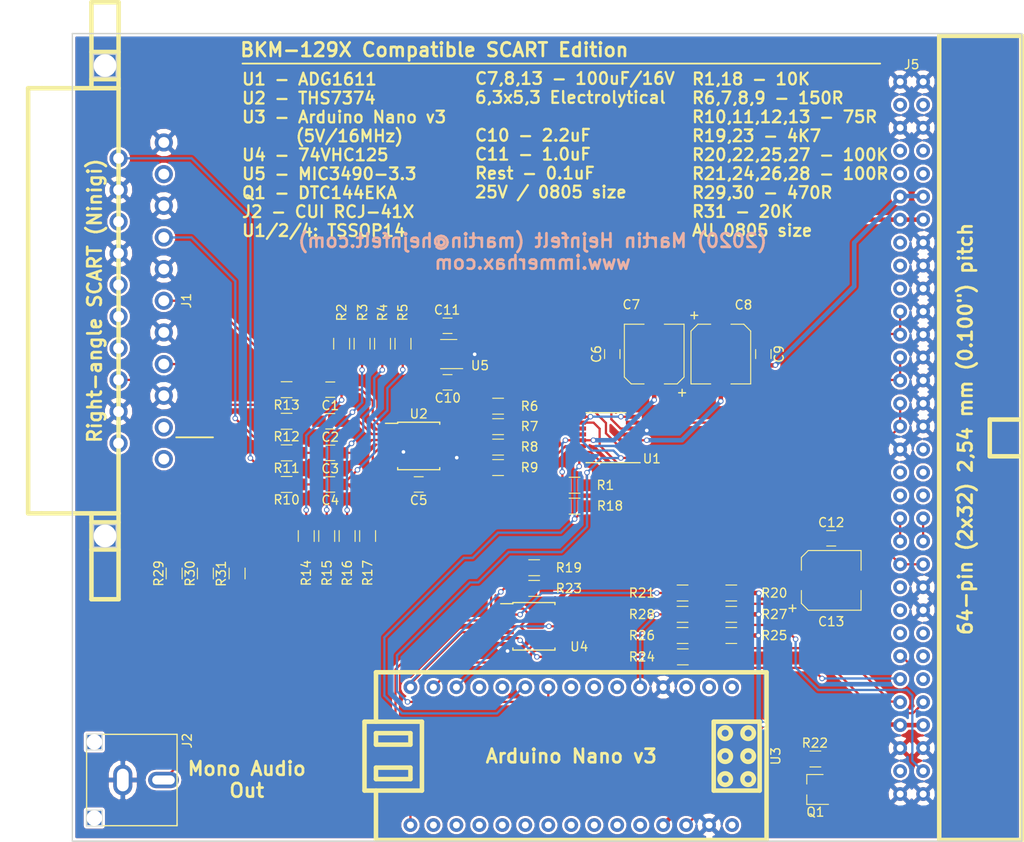
<source format=kicad_pcb>
(kicad_pcb (version 4) (host pcbnew 4.0.7-e2-6376~61~ubuntu18.04.1)
  (layers (0 F.Cu signal) (31 B.Cu signal) (34 B.Paste user) (35 F.Paste user) (36 B.SilkS user) (37 F.SilkS user) (38 B.Mask user) (39 F.Mask user) (44 Edge.Cuts user))
  (net 0 "")
  (net 1 "Net-(C1-Pad1)")
  (net 2 "Net-(C1-Pad2)")
  (net 3 "Net-(C2-Pad1)")
  (net 4 "Net-(C2-Pad2)")
  (net 5 "Net-(C3-Pad1)")
  (net 6 "Net-(C3-Pad2)")
  (net 7 "Net-(C4-Pad1)")
  (net 8 "Net-(C4-Pad2)")
  (net 9 +3V3)
  (net 10 GND)
  (net 11 VDD)
  (net 12 VSS)
  (net 13 /Y/G)
  (net 14 /P-B/B)
  (net 15 /P-R/R)
  (net 16 "Net-(J5-Pad20b)")
  (net 17 /EXT_SYNC)
  (net 18 /RESET)
  (net 19 /MISO)
  (net 20 /SCLK)
  (net 21 "Net-(J5-Pad20a)")
  (net 22 /MOSI)
  (net 23 /SLOT_ID)
  (net 24 /~MCU_RESET)
  (net 25 ~BX_OE)
  (net 26 "Net-(R6-Pad1)")
  (net 27 "Net-(R6-Pad2)")
  (net 28 "Net-(R7-Pad1)")
  (net 29 "Net-(R7-Pad2)")
  (net 30 "Net-(R8-Pad1)")
  (net 31 "Net-(R8-Pad2)")
  (net 32 "Net-(R9-Pad1)")
  (net 33 "Net-(R9-Pad2)")
  (net 34 ~EXT_SYNC_OE)
  (net 35 "Net-(R21-Pad1)")
  (net 36 +5VD)
  (net 37 "Net-(R23-Pad1)")
  (net 38 "Net-(R24-Pad1)")
  (net 39 "Net-(R26-Pad1)")
  (net 40 /MCU_SLOT_ID)
  (net 41 "Net-(U3-Pad13)")
  (net 42 "Net-(U3-Pad14)")
  (net 43 /MCU_SCK)
  (net 44 /AUDIO_L)
  (net 45 /AUDIO_R)
  (net 46 /AUDIO_MONO)
  (module ninigi-scart-ra:NINIGI-SCART-RA (layer F.Cu) (at 131.1402 91.3892 270)
    (fp_text reference J1 (at 0 -2.5 270) (layer F.SilkS))
    (fp_text value SCART-F)
    (pad 21 thru_hole circle (at -17.5 0 270) (size 2 2) (drill 1.2) (layers *.Cu *.Mask) (net 10 GND))
    (pad 19 thru_hole circle (at -14 0 270) (size 2 2) (drill 1.2) (layers *.Cu *.Mask))
    (pad 17 thru_hole circle (at -10.5 0 270) (size 2 2) (drill 1.2) (layers *.Cu *.Mask) (net 10 GND))
    (pad 15 thru_hole circle (at -7 0 270) (size 2 2) (drill 1.2) (layers *.Cu *.Mask) (net 6 "Net-(C3-Pad2)"))
    (pad 13 thru_hole circle (at -3.5 0 270) (size 2 2) (drill 1.2) (layers *.Cu *.Mask) (net 10 GND))
    (pad 11 thru_hole circle (at 0 0 270) (size 2 2) (drill 1.2) (layers *.Cu *.Mask) (net 2 "Net-(C1-Pad2)"))
    (pad 9 thru_hole circle (at 3.5 0 270) (size 2 2) (drill 1.2) (layers *.Cu *.Mask) (net 10 GND))
    (pad 7 thru_hole circle (at 7 0 270) (size 2 2) (drill 1.2) (layers *.Cu *.Mask) (net 4 "Net-(C2-Pad2)"))
    (pad 5 thru_hole circle (at 10.5 0 270) (size 2 2) (drill 1.2) (layers *.Cu *.Mask) (net 10 GND))
    (pad 3 thru_hole circle (at 14 0 270) (size 2 2) (drill 1.2) (layers *.Cu *.Mask))
    (pad 1 thru_hole circle (at 17.5 0 270) (size 2 2) (drill 1.2) (layers *.Cu *.Mask))
    (pad 20 thru_hole circle (at -15.75 5 270) (size 2 2) (drill 1.2) (layers *.Cu *.Mask) (net 8 "Net-(C4-Pad2)"))
    (pad 18 thru_hole circle (at -12.25 5 270) (size 2 2) (drill 1.2) (layers *.Cu *.Mask) (net 10 GND))
    (pad 16 thru_hole circle (at -8.75 5 270) (size 2 2) (drill 1.2) (layers *.Cu *.Mask))
    (pad 14 thru_hole circle (at -5.25 5 270) (size 2 2) (drill 1.2) (layers *.Cu *.Mask) (net 10 GND))
    (pad 12 thru_hole circle (at -1.75 5 270) (size 2 2) (drill 1.2) (layers *.Cu *.Mask))
    (pad 10 thru_hole circle (at 1.75 5 270) (size 2 2) (drill 1.2) (layers *.Cu *.Mask))
    (pad 8 thru_hole circle (at 5.25 5 270) (size 2 2) (drill 1.2) (layers *.Cu *.Mask))
    (pad 6 thru_hole circle (at 8.75 5 270) (size 2 2) (drill 1.2) (layers *.Cu *.Mask) (net 44 /AUDIO_L))
    (pad 4 thru_hole circle (at 12.25 5 270) (size 2 2) (drill 1.2) (layers *.Cu *.Mask) (net 10 GND))
    (pad 2 thru_hole circle (at 15.75 5 270) (size 2 2) (drill 1.2) (layers *.Cu *.Mask) (net 45 /AUDIO_R))
    (pad "" np_thru_hole rect (at -26 6.5 270) (size 2.5 2.5) (drill 2.5) (layers *.Cu *.Mask))
    (pad "" np_thru_hole rect (at 26 6.5 270) (size 2.5 2.5) (drill 2.5) (layers *.Cu *.Mask))
  )
  (module Capacitors_SMD:C_0805_HandSoldering (layer F.Cu) (at 149.5425 101.219 180)
    (fp_text reference C1 (at 0 -1.75 180) (layer F.SilkS))
    (fp_text value 0.1uF)
    (pad 1 smd rect (at -1.25 0 180) (size 1.5 1.25) (layers F.Cu F.Paste F.Mask) (net 1 "Net-(C1-Pad1)"))
    (pad 2 smd rect (at 1.25 0 180) (size 1.5 1.25) (layers F.Cu F.Paste F.Mask) (net 2 "Net-(C1-Pad2)"))
  )
  (module Capacitors_SMD:C_0805_HandSoldering (layer F.Cu) (at 149.5425 104.7115 180)
    (fp_text reference C2 (at 0 -1.75 180) (layer F.SilkS))
    (fp_text value 0.1uF)
    (pad 1 smd rect (at -1.25 0 180) (size 1.5 1.25) (layers F.Cu F.Paste F.Mask) (net 3 "Net-(C2-Pad1)"))
    (pad 2 smd rect (at 1.25 0 180) (size 1.5 1.25) (layers F.Cu F.Paste F.Mask) (net 4 "Net-(C2-Pad2)"))
  )
  (module Capacitors_SMD:C_0805_HandSoldering (layer F.Cu) (at 149.5425 108.204 180)
    (fp_text reference C3 (at 0 -1.75 180) (layer F.SilkS))
    (fp_text value 0.1uF)
    (pad 1 smd rect (at -1.25 0 180) (size 1.5 1.25) (layers F.Cu F.Paste F.Mask) (net 5 "Net-(C3-Pad1)"))
    (pad 2 smd rect (at 1.25 0 180) (size 1.5 1.25) (layers F.Cu F.Paste F.Mask) (net 6 "Net-(C3-Pad2)"))
  )
  (module Capacitors_SMD:C_0805_HandSoldering (layer F.Cu) (at 149.5425 111.6965 180)
    (fp_text reference C4 (at 0 -1.75 180) (layer F.SilkS))
    (fp_text value 0.1uF)
    (pad 1 smd rect (at -1.25 0 180) (size 1.5 1.25) (layers F.Cu F.Paste F.Mask) (net 7 "Net-(C4-Pad1)"))
    (pad 2 smd rect (at 1.25 0 180) (size 1.5 1.25) (layers F.Cu F.Paste F.Mask) (net 8 "Net-(C4-Pad2)"))
  )
  (module Capacitors_SMD:C_0805_HandSoldering (layer F.Cu) (at 159.3215 111.6965 180)
    (fp_text reference C5 (at 0 -1.75 180) (layer F.SilkS))
    (fp_text value 0.1uF)
    (pad 1 smd rect (at -1.25 0 180) (size 1.5 1.25) (layers F.Cu F.Paste F.Mask) (net 9 +3V3))
    (pad 2 smd rect (at 1.25 0 180) (size 1.5 1.25) (layers F.Cu F.Paste F.Mask) (net 10 GND))
  )
  (module Capacitors_SMD:C_0805_HandSoldering (layer F.Cu) (at 180.721 97.282 90)
    (fp_text reference C6 (at 0 -1.75 90) (layer F.SilkS))
    (fp_text value 0.1uF)
    (pad 1 smd rect (at -1.25 0 90) (size 1.5 1.25) (layers F.Cu F.Paste F.Mask) (net 11 VDD))
    (pad 2 smd rect (at 1.25 0 90) (size 1.5 1.25) (layers F.Cu F.Paste F.Mask) (net 10 GND))
  )
  (module Capacitors_SMD:CP_Elec_6.3x5.3 (layer F.Cu) (at 185.3565 97.282 90)
    (fp_text reference C7 (at 5.461 -2.5273 180) (layer F.SilkS))
    (fp_text value 100uF)
    (fp_text user + (at -4.28 3.01 90) (layer F.SilkS))
    (pad 1 smd rect (at -2.7 0 270) (size 3.5 1.6) (layers F.Cu F.Paste F.Mask) (net 11 VDD))
    (pad 2 smd rect (at 2.7 0 270) (size 3.5 1.6) (layers F.Cu F.Paste F.Mask) (net 10 GND))
  )
  (module Capacitors_SMD:CP_Elec_6.3x5.3 (layer F.Cu) (at 192.7225 97.282 270)
    (fp_text reference C8 (at -5.4356 -2.5019 360) (layer F.SilkS))
    (fp_text value 100uF)
    (fp_text user + (at -4.28 3.01 270) (layer F.SilkS))
    (pad 1 smd rect (at -2.7 0 90) (size 3.5 1.6) (layers F.Cu F.Paste F.Mask) (net 10 GND))
    (pad 2 smd rect (at 2.7 0 90) (size 3.5 1.6) (layers F.Cu F.Paste F.Mask) (net 12 VSS))
  )
  (module Capacitors_SMD:C_0805_HandSoldering (layer F.Cu) (at 197.4215 97.282 90)
    (fp_text reference C9 (at 0 1.7399 90) (layer F.SilkS))
    (fp_text value 0.1uF)
    (pad 1 smd rect (at -1.25 0 90) (size 1.5 1.25) (layers F.Cu F.Paste F.Mask) (net 12 VSS))
    (pad 2 smd rect (at 1.25 0 90) (size 1.5 1.25) (layers F.Cu F.Paste F.Mask) (net 10 GND))
  )
  (module din-41612-64p-ra:DIN-41612-64P (layer F.Cu) (at 213.8172 106.553)
    (fp_text reference J5 (at 0 -41.275) (layer F.SilkS))
    (fp_text value Conn_02x32_Row_Letter_Last)
    (pad 1b thru_hole circle (at -1.27 -39.37) (size 1.524 1.524) (drill 0.762) (layers *.Cu *.Mask) (net 10 GND))
    (pad 2b thru_hole circle (at -1.27 -36.83) (size 1.524 1.524) (drill 0.762) (layers *.Cu *.Mask))
    (pad 3b thru_hole circle (at -1.27 -34.29) (size 1.524 1.524) (drill 0.762) (layers *.Cu *.Mask) (net 10 GND))
    (pad 4b thru_hole circle (at -1.27 -31.75) (size 1.524 1.524) (drill 0.762) (layers *.Cu *.Mask))
    (pad 5b thru_hole circle (at -1.27 -29.21) (size 1.524 1.524) (drill 0.762) (layers *.Cu *.Mask))
    (pad 6b thru_hole circle (at -1.27 -26.67) (size 1.524 1.524) (drill 0.762) (layers *.Cu *.Mask) (net 12 VSS))
    (pad 7b thru_hole circle (at -1.27 -24.13) (size 1.524 1.524) (drill 0.762) (layers *.Cu *.Mask) (net 11 VDD))
    (pad 8b thru_hole circle (at -1.27 -21.59) (size 1.524 1.524) (drill 0.762) (layers *.Cu *.Mask))
    (pad 9b thru_hole circle (at -1.27 -19.05) (size 1.524 1.524) (drill 0.762) (layers *.Cu *.Mask))
    (pad 10b thru_hole circle (at -1.27 -16.51) (size 1.524 1.524) (drill 0.762) (layers *.Cu *.Mask))
    (pad 11b thru_hole circle (at -1.27 -13.97) (size 1.524 1.524) (drill 0.762) (layers *.Cu *.Mask) (net 13 /Y/G))
    (pad 12b thru_hole circle (at -1.27 -11.43) (size 1.524 1.524) (drill 0.762) (layers *.Cu *.Mask) (net 13 /Y/G))
    (pad 13b thru_hole circle (at -1.27 -8.89) (size 1.524 1.524) (drill 0.762) (layers *.Cu *.Mask) (net 14 /P-B/B))
    (pad 14b thru_hole circle (at -1.27 -6.35) (size 1.524 1.524) (drill 0.762) (layers *.Cu *.Mask) (net 14 /P-B/B))
    (pad 15b thru_hole circle (at -1.27 -3.81) (size 1.524 1.524) (drill 0.762) (layers *.Cu *.Mask) (net 15 /P-R/R))
    (pad 16b thru_hole circle (at -1.27 -1.27) (size 1.524 1.524) (drill 0.762) (layers *.Cu *.Mask) (net 15 /P-R/R))
    (pad 17b thru_hole circle (at -1.27 1.27) (size 1.524 1.524) (drill 0.762) (layers *.Cu *.Mask) (net 10 GND))
    (pad 18b thru_hole circle (at -1.27 3.81) (size 1.524 1.524) (drill 0.762) (layers *.Cu *.Mask))
    (pad 19b thru_hole circle (at -1.27 6.35) (size 1.524 1.524) (drill 0.762) (layers *.Cu *.Mask))
    (pad 20b thru_hole circle (at -1.27 8.89) (size 1.524 1.524) (drill 0.762) (layers *.Cu *.Mask) (net 16 "Net-(J5-Pad20b)"))
    (pad 21b thru_hole circle (at -1.27 11.43) (size 1.524 1.524) (drill 0.762) (layers *.Cu *.Mask) (net 16 "Net-(J5-Pad20b)"))
    (pad 22b thru_hole circle (at -1.27 13.97) (size 1.524 1.524) (drill 0.762) (layers *.Cu *.Mask) (net 17 /EXT_SYNC))
    (pad 23b thru_hole circle (at -1.27 16.51) (size 1.524 1.524) (drill 0.762) (layers *.Cu *.Mask))
    (pad 24b thru_hole circle (at -1.27 19.05) (size 1.524 1.524) (drill 0.762) (layers *.Cu *.Mask))
    (pad 25b thru_hole circle (at -1.27 21.59) (size 1.524 1.524) (drill 0.762) (layers *.Cu *.Mask))
    (pad 26b thru_hole circle (at -1.27 24.13) (size 1.524 1.524) (drill 0.762) (layers *.Cu *.Mask) (net 18 /RESET))
    (pad 27b thru_hole circle (at -1.27 26.67) (size 1.524 1.524) (drill 0.762) (layers *.Cu *.Mask) (net 19 /MISO))
    (pad 28b thru_hole circle (at -1.27 29.21) (size 1.524 1.524) (drill 0.762) (layers *.Cu *.Mask) (net 20 /SCLK))
    (pad 29b thru_hole circle (at -1.27 31.75) (size 1.524 1.524) (drill 0.762) (layers *.Cu *.Mask) (net 36 +5VD))
    (pad 30b thru_hole circle (at -1.27 34.29) (size 1.524 1.524) (drill 0.762) (layers *.Cu *.Mask) (net 10 GND))
    (pad 31b thru_hole circle (at -1.27 36.83) (size 1.524 1.524) (drill 0.762) (layers *.Cu *.Mask))
    (pad 32b thru_hole circle (at -1.27 39.37) (size 1.524 1.524) (drill 0.762) (layers *.Cu *.Mask) (net 10 GND))
    (pad 1a thru_hole circle (at 1.27 -39.37) (size 1.524 1.524) (drill 0.762) (layers *.Cu *.Mask) (net 10 GND))
    (pad 2a thru_hole circle (at 1.27 -36.83) (size 1.524 1.524) (drill 0.762) (layers *.Cu *.Mask))
    (pad 3a thru_hole circle (at 1.27 -34.29) (size 1.524 1.524) (drill 0.762) (layers *.Cu *.Mask) (net 10 GND))
    (pad 4a thru_hole circle (at 1.27 -31.75) (size 1.524 1.524) (drill 0.762) (layers *.Cu *.Mask))
    (pad 5a thru_hole circle (at 1.27 -29.21) (size 1.524 1.524) (drill 0.762) (layers *.Cu *.Mask))
    (pad 6a thru_hole circle (at 1.27 -26.67) (size 1.524 1.524) (drill 0.762) (layers *.Cu *.Mask) (net 12 VSS))
    (pad 7a thru_hole circle (at 1.27 -24.13) (size 1.524 1.524) (drill 0.762) (layers *.Cu *.Mask) (net 11 VDD))
    (pad 8a thru_hole circle (at 1.27 -21.59) (size 1.524 1.524) (drill 0.762) (layers *.Cu *.Mask) (net 10 GND))
    (pad 9a thru_hole circle (at 1.27 -19.05) (size 1.524 1.524) (drill 0.762) (layers *.Cu *.Mask) (net 10 GND))
    (pad 10a thru_hole circle (at 1.27 -16.51) (size 1.524 1.524) (drill 0.762) (layers *.Cu *.Mask) (net 10 GND))
    (pad 11a thru_hole circle (at 1.27 -13.97) (size 1.524 1.524) (drill 0.762) (layers *.Cu *.Mask) (net 10 GND))
    (pad 12a thru_hole circle (at 1.27 -11.43) (size 1.524 1.524) (drill 0.762) (layers *.Cu *.Mask) (net 10 GND))
    (pad 13a thru_hole circle (at 1.27 -8.89) (size 1.524 1.524) (drill 0.762) (layers *.Cu *.Mask) (net 10 GND))
    (pad 14a thru_hole circle (at 1.27 -6.35) (size 1.524 1.524) (drill 0.762) (layers *.Cu *.Mask) (net 10 GND))
    (pad 15a thru_hole circle (at 1.27 -3.81) (size 1.524 1.524) (drill 0.762) (layers *.Cu *.Mask) (net 10 GND))
    (pad 16a thru_hole circle (at 1.27 -1.27) (size 1.524 1.524) (drill 0.762) (layers *.Cu *.Mask) (net 10 GND))
    (pad 17a thru_hole circle (at 1.27 1.27) (size 1.524 1.524) (drill 0.762) (layers *.Cu *.Mask))
    (pad 18a thru_hole circle (at 1.27 3.81) (size 1.524 1.524) (drill 0.762) (layers *.Cu *.Mask))
    (pad 19a thru_hole circle (at 1.27 6.35) (size 1.524 1.524) (drill 0.762) (layers *.Cu *.Mask))
    (pad 20a thru_hole circle (at 1.27 8.89) (size 1.524 1.524) (drill 0.762) (layers *.Cu *.Mask) (net 21 "Net-(J5-Pad20a)"))
    (pad 21a thru_hole circle (at 1.27 11.43) (size 1.524 1.524) (drill 0.762) (layers *.Cu *.Mask) (net 21 "Net-(J5-Pad20a)"))
    (pad 22a thru_hole circle (at 1.27 13.97) (size 1.524 1.524) (drill 0.762) (layers *.Cu *.Mask) (net 17 /EXT_SYNC))
    (pad 23a thru_hole circle (at 1.27 16.51) (size 1.524 1.524) (drill 0.762) (layers *.Cu *.Mask) (net 10 GND))
    (pad 24a thru_hole circle (at 1.27 19.05) (size 1.524 1.524) (drill 0.762) (layers *.Cu *.Mask) (net 10 GND))
    (pad 25a thru_hole circle (at 1.27 21.59) (size 1.524 1.524) (drill 0.762) (layers *.Cu *.Mask))
    (pad 26a thru_hole circle (at 1.27 24.13) (size 1.524 1.524) (drill 0.762) (layers *.Cu *.Mask))
    (pad 27a thru_hole circle (at 1.27 26.67) (size 1.524 1.524) (drill 0.762) (layers *.Cu *.Mask))
    (pad 28a thru_hole circle (at 1.27 29.21) (size 1.524 1.524) (drill 0.762) (layers *.Cu *.Mask) (net 22 /MOSI))
    (pad 29a thru_hole circle (at 1.27 31.75) (size 1.524 1.524) (drill 0.762) (layers *.Cu *.Mask) (net 36 +5VD))
    (pad 30a thru_hole circle (at 1.27 34.29) (size 1.524 1.524) (drill 0.762) (layers *.Cu *.Mask) (net 10 GND))
    (pad 31a thru_hole circle (at 1.27 36.83) (size 1.524 1.524) (drill 0.762) (layers *.Cu *.Mask) (net 23 /SLOT_ID))
    (pad 32a thru_hole circle (at 1.27 39.37) (size 1.524 1.524) (drill 0.762) (layers *.Cu *.Mask) (net 10 GND))
  )
  (module TO_SOT_Packages_SMD:SC-59_Handsoldering (layer F.Cu) (at 203.1746 145.415 180)
    (fp_text reference Q1 (at 0 -2.5 180) (layer F.SilkS))
    (fp_text value DTC144EKA)
    (pad 1 smd rect (at -1.65 -0.95 180) (size 1.8 0.8) (layers F.Cu F.Paste F.Mask) (net 10 GND))
    (pad 2 smd rect (at -1.65 0.95 180) (size 1.8 0.8) (layers F.Cu F.Paste F.Mask) (net 18 /RESET))
    (pad 3 smd rect (at 1.65 0 180) (size 1.8 0.8) (layers F.Cu F.Paste F.Mask) (net 24 /~MCU_RESET))
  )
  (module Resistors_SMD:R_0805_HandSoldering (layer F.Cu) (at 176.5554 111.7854 180)
    (fp_text reference R1 (at -3.4036 0 180) (layer F.SilkS))
    (fp_text value 10K)
    (pad 1 smd rect (at -1.35 0 180) (size 1.5 1.3) (layers F.Cu F.Paste F.Mask) (net 25 ~BX_OE))
    (pad 2 smd rect (at 1.35 0 180) (size 1.5 1.3) (layers F.Cu F.Paste F.Mask) (net 11 VDD))
  )
  (module Resistors_SMD:R_0805_HandSoldering (layer F.Cu) (at 150.7998 96.139 270)
    (fp_text reference R2 (at -3.4544 0 270) (layer F.SilkS))
    (fp_text value R)
    (pad 1 smd rect (at -1.35 0 270) (size 1.5 1.3) (layers F.Cu F.Paste F.Mask) (net 9 +3V3))
    (pad 2 smd rect (at 1.35 0 270) (size 1.5 1.3) (layers F.Cu F.Paste F.Mask) (net 1 "Net-(C1-Pad1)"))
  )
  (module Resistors_SMD:R_0805_HandSoldering (layer F.Cu) (at 153.0604 96.139 270)
    (fp_text reference R3 (at -3.4544 -0.0508 270) (layer F.SilkS))
    (fp_text value R)
    (pad 1 smd rect (at -1.35 0 270) (size 1.5 1.3) (layers F.Cu F.Paste F.Mask) (net 9 +3V3))
    (pad 2 smd rect (at 1.35 0 270) (size 1.5 1.3) (layers F.Cu F.Paste F.Mask) (net 3 "Net-(C2-Pad1)"))
  )
  (module Resistors_SMD:R_0805_HandSoldering (layer F.Cu) (at 155.321 96.139 270)
    (fp_text reference R4 (at -3.4544 0 270) (layer F.SilkS))
    (fp_text value R)
    (pad 1 smd rect (at -1.35 0 270) (size 1.5 1.3) (layers F.Cu F.Paste F.Mask) (net 9 +3V3))
    (pad 2 smd rect (at 1.35 0 270) (size 1.5 1.3) (layers F.Cu F.Paste F.Mask) (net 5 "Net-(C3-Pad1)"))
  )
  (module Resistors_SMD:R_0805_HandSoldering (layer F.Cu) (at 157.5816 96.139 270)
    (fp_text reference R5 (at -3.4544 0.0254 270) (layer F.SilkS))
    (fp_text value R)
    (pad 1 smd rect (at -1.35 0 270) (size 1.5 1.3) (layers F.Cu F.Paste F.Mask) (net 9 +3V3))
    (pad 2 smd rect (at 1.35 0 270) (size 1.5 1.3) (layers F.Cu F.Paste F.Mask) (net 7 "Net-(C4-Pad1)"))
  )
  (module Resistors_SMD:R_0805_HandSoldering (layer F.Cu) (at 168.0972 103.0478 180)
    (fp_text reference R6 (at -3.4798 0 180) (layer F.SilkS))
    (fp_text value 150R)
    (pad 1 smd rect (at -1.35 0 180) (size 1.5 1.3) (layers F.Cu F.Paste F.Mask) (net 26 "Net-(R6-Pad1)"))
    (pad 2 smd rect (at 1.35 0 180) (size 1.5 1.3) (layers F.Cu F.Paste F.Mask) (net 27 "Net-(R6-Pad2)"))
  )
  (module Resistors_SMD:R_0805_HandSoldering (layer F.Cu) (at 168.0972 105.3084 180)
    (fp_text reference R7 (at -3.4798 0.0254 180) (layer F.SilkS))
    (fp_text value 150R)
    (pad 1 smd rect (at -1.35 0 180) (size 1.5 1.3) (layers F.Cu F.Paste F.Mask) (net 28 "Net-(R7-Pad1)"))
    (pad 2 smd rect (at 1.35 0 180) (size 1.5 1.3) (layers F.Cu F.Paste F.Mask) (net 29 "Net-(R7-Pad2)"))
  )
  (module Resistors_SMD:R_0805_HandSoldering (layer F.Cu) (at 168.0972 107.569 180)
    (fp_text reference R8 (at -3.4798 0.0254 180) (layer F.SilkS))
    (fp_text value 150R)
    (pad 1 smd rect (at -1.35 0 180) (size 1.5 1.3) (layers F.Cu F.Paste F.Mask) (net 30 "Net-(R8-Pad1)"))
    (pad 2 smd rect (at 1.35 0 180) (size 1.5 1.3) (layers F.Cu F.Paste F.Mask) (net 31 "Net-(R8-Pad2)"))
  )
  (module Resistors_SMD:R_0805_HandSoldering (layer F.Cu) (at 168.0972 109.8296 180)
    (fp_text reference R9 (at -3.4798 0 180) (layer F.SilkS))
    (fp_text value 150R)
    (pad 1 smd rect (at -1.35 0 180) (size 1.5 1.3) (layers F.Cu F.Paste F.Mask) (net 32 "Net-(R9-Pad1)"))
    (pad 2 smd rect (at 1.35 0 180) (size 1.5 1.3) (layers F.Cu F.Paste F.Mask) (net 33 "Net-(R9-Pad2)"))
  )
  (module Resistors_SMD:R_0805_HandSoldering (layer F.Cu) (at 144.7165 111.6965 180)
    (fp_text reference R10 (at 0 -1.7 180) (layer F.SilkS))
    (fp_text value 75R)
    (pad 1 smd rect (at -1.35 0 180) (size 1.5 1.3) (layers F.Cu F.Paste F.Mask) (net 8 "Net-(C4-Pad2)"))
    (pad 2 smd rect (at 1.35 0 180) (size 1.5 1.3) (layers F.Cu F.Paste F.Mask) (net 10 GND))
  )
  (module Resistors_SMD:R_0805_HandSoldering (layer F.Cu) (at 144.7165 108.204 180)
    (fp_text reference R11 (at 0 -1.7 180) (layer F.SilkS))
    (fp_text value 75R)
    (pad 1 smd rect (at -1.35 0 180) (size 1.5 1.3) (layers F.Cu F.Paste F.Mask) (net 6 "Net-(C3-Pad2)"))
    (pad 2 smd rect (at 1.35 0 180) (size 1.5 1.3) (layers F.Cu F.Paste F.Mask) (net 10 GND))
  )
  (module Resistors_SMD:R_0805_HandSoldering (layer F.Cu) (at 144.7165 104.7115 180)
    (fp_text reference R12 (at 0 -1.7 180) (layer F.SilkS))
    (fp_text value 75R)
    (pad 1 smd rect (at -1.35 0 180) (size 1.5 1.3) (layers F.Cu F.Paste F.Mask) (net 4 "Net-(C2-Pad2)"))
    (pad 2 smd rect (at 1.35 0 180) (size 1.5 1.3) (layers F.Cu F.Paste F.Mask) (net 10 GND))
  )
  (module Resistors_SMD:R_0805_HandSoldering (layer F.Cu) (at 144.7165 101.219 180)
    (fp_text reference R13 (at 0 -1.7 180) (layer F.SilkS))
    (fp_text value 75R)
    (pad 1 smd rect (at -1.35 0 180) (size 1.5 1.3) (layers F.Cu F.Paste F.Mask) (net 2 "Net-(C1-Pad2)"))
    (pad 2 smd rect (at 1.35 0 180) (size 1.5 1.3) (layers F.Cu F.Paste F.Mask) (net 10 GND))
  )
  (module Resistors_SMD:R_0805_HandSoldering (layer F.Cu) (at 146.8882 117.3988 270)
    (fp_text reference R14 (at 4.0894 0 270) (layer F.SilkS))
    (fp_text value R)
    (pad 1 smd rect (at -1.35 0 270) (size 1.5 1.3) (layers F.Cu F.Paste F.Mask) (net 1 "Net-(C1-Pad1)"))
    (pad 2 smd rect (at 1.35 0 270) (size 1.5 1.3) (layers F.Cu F.Paste F.Mask) (net 10 GND))
  )
  (module Resistors_SMD:R_0805_HandSoldering (layer F.Cu) (at 149.1488 117.3988 270)
    (fp_text reference R15 (at 4.0894 -0.0254 270) (layer F.SilkS))
    (fp_text value R)
    (pad 1 smd rect (at -1.35 0 270) (size 1.5 1.3) (layers F.Cu F.Paste F.Mask) (net 3 "Net-(C2-Pad1)"))
    (pad 2 smd rect (at 1.35 0 270) (size 1.5 1.3) (layers F.Cu F.Paste F.Mask) (net 10 GND))
  )
  (module Resistors_SMD:R_0805_HandSoldering (layer F.Cu) (at 151.4094 117.3988 270)
    (fp_text reference R16 (at 4.0894 -0.00508 270) (layer F.SilkS))
    (fp_text value R)
    (pad 1 smd rect (at -1.35 0 270) (size 1.5 1.3) (layers F.Cu F.Paste F.Mask) (net 5 "Net-(C3-Pad1)"))
    (pad 2 smd rect (at 1.35 0 270) (size 1.5 1.3) (layers F.Cu F.Paste F.Mask) (net 10 GND))
  )
  (module Resistors_SMD:R_0805_HandSoldering (layer F.Cu) (at 153.67 117.3988 270)
    (fp_text reference R17 (at 4.0894 -0.00508 270) (layer F.SilkS))
    (fp_text value R)
    (pad 1 smd rect (at -1.35 0 270) (size 1.5 1.3) (layers F.Cu F.Paste F.Mask) (net 7 "Net-(C4-Pad1)"))
    (pad 2 smd rect (at 1.35 0 270) (size 1.5 1.3) (layers F.Cu F.Paste F.Mask) (net 10 GND))
  )
  (module Resistors_SMD:R_0805_HandSoldering (layer F.Cu) (at 176.5554 114.0968)
    (fp_text reference R18 (at 3.9116 -0.0254) (layer F.SilkS))
    (fp_text value 10K)
    (pad 1 smd rect (at -1.35 0) (size 1.5 1.3) (layers F.Cu F.Paste F.Mask) (net 11 VDD))
    (pad 2 smd rect (at 1.35 0) (size 1.5 1.3) (layers F.Cu F.Paste F.Mask) (net 34 ~EXT_SYNC_OE))
  )
  (module Resistors_SMD:R_0805_HandSoldering (layer F.Cu) (at 193.8782 123.698)
    (fp_text reference R20 (at 4.7498 0) (layer F.SilkS))
    (fp_text value 100K)
    (pad 1 smd rect (at -1.35 0) (size 1.5 1.3) (layers F.Cu F.Paste F.Mask) (net 20 /SCLK))
    (pad 2 smd rect (at 1.35 0) (size 1.5 1.3) (layers F.Cu F.Paste F.Mask) (net 36 +5VD))
  )
  (module Resistors_SMD:R_0805_HandSoldering (layer F.Cu) (at 188.4934 123.698)
    (fp_text reference R21 (at -4.4958 0) (layer F.SilkS))
    (fp_text value 100R)
    (pad 1 smd rect (at -1.35 0) (size 1.5 1.3) (layers F.Cu F.Paste F.Mask) (net 35 "Net-(R21-Pad1)"))
    (pad 2 smd rect (at 1.35 0) (size 1.5 1.3) (layers F.Cu F.Paste F.Mask) (net 20 /SCLK))
  )
  (module Resistors_SMD:R_0805_HandSoldering (layer F.Cu) (at 203.1746 142.0495 180)
    (fp_text reference R22 (at 0.0508 1.7653 180) (layer F.SilkS))
    (fp_text value 100K)
    (pad 1 smd rect (at -1.35 0 180) (size 1.5 1.3) (layers F.Cu F.Paste F.Mask) (net 36 +5VD))
    (pad 2 smd rect (at 1.35 0 180) (size 1.5 1.3) (layers F.Cu F.Paste F.Mask) (net 24 /~MCU_RESET))
  )
  (module Resistors_SMD:R_0805_HandSoldering (layer F.Cu) (at 172.085 123.19)
    (fp_text reference R23 (at 3.8354 0) (layer F.SilkS))
    (fp_text value 4K7)
    (pad 1 smd rect (at -1.35 0) (size 1.5 1.3) (layers F.Cu F.Paste F.Mask) (net 37 "Net-(R23-Pad1)"))
    (pad 2 smd rect (at 1.35 0) (size 1.5 1.3) (layers F.Cu F.Paste F.Mask) (net 36 +5VD))
  )
  (module Resistors_SMD:R_0805_HandSoldering (layer F.Cu) (at 188.5188 130.7592)
    (fp_text reference R24 (at -4.5212 0) (layer F.SilkS))
    (fp_text value 100R)
    (pad 1 smd rect (at -1.35 0) (size 1.5 1.3) (layers F.Cu F.Paste F.Mask) (net 38 "Net-(R24-Pad1)"))
    (pad 2 smd rect (at 1.35 0) (size 1.5 1.3) (layers F.Cu F.Paste F.Mask) (net 19 /MISO))
  )
  (module Resistors_SMD:R_0805_HandSoldering (layer F.Cu) (at 193.8782 128.397)
    (fp_text reference R25 (at 4.7498 0) (layer F.SilkS))
    (fp_text value 100K)
    (pad 1 smd rect (at -1.35 0) (size 1.5 1.3) (layers F.Cu F.Paste F.Mask) (net 22 /MOSI))
    (pad 2 smd rect (at 1.35 0) (size 1.5 1.3) (layers F.Cu F.Paste F.Mask) (net 36 +5VD))
  )
  (module Resistors_SMD:R_0805_HandSoldering (layer F.Cu) (at 188.4934 128.397)
    (fp_text reference R26 (at -4.4958 0) (layer F.SilkS))
    (fp_text value 100R)
    (pad 1 smd rect (at -1.35 0) (size 1.5 1.3) (layers F.Cu F.Paste F.Mask) (net 39 "Net-(R26-Pad1)"))
    (pad 2 smd rect (at 1.35 0) (size 1.5 1.3) (layers F.Cu F.Paste F.Mask) (net 22 /MOSI))
  )
  (module Resistors_SMD:R_0805_HandSoldering (layer F.Cu) (at 193.8782 126.0602)
    (fp_text reference R27 (at 4.7498 0) (layer F.SilkS))
    (fp_text value 100K)
    (pad 1 smd rect (at -1.35 0) (size 1.5 1.3) (layers F.Cu F.Paste F.Mask) (net 23 /SLOT_ID))
    (pad 2 smd rect (at 1.35 0) (size 1.5 1.3) (layers F.Cu F.Paste F.Mask) (net 36 +5VD))
  )
  (module Resistors_SMD:R_0805_HandSoldering (layer F.Cu) (at 188.4934 126.0602)
    (fp_text reference R28 (at -4.4958 0) (layer F.SilkS))
    (fp_text value 100R)
    (pad 1 smd rect (at -1.35 0) (size 1.5 1.3) (layers F.Cu F.Paste F.Mask) (net 40 /MCU_SLOT_ID))
    (pad 2 smd rect (at 1.35 0) (size 1.5 1.3) (layers F.Cu F.Paste F.Mask) (net 23 /SLOT_ID))
  )
  (module Housings_SSOP:TSSOP-16_4.4x5mm_Pitch0.65mm (layer F.Cu) (at 180.0225 106.4895 180)
    (fp_text reference U1 (at -5.07238 -2.36474 180) (layer F.SilkS))
    (fp_text value ADG1611)
    (pad 1 smd rect (at -2.95 -2.275 180) (size 1.5 0.45) (layers F.Cu F.Paste F.Mask) (net 25 ~BX_OE))
    (pad 2 smd rect (at -2.95 -1.625 180) (size 1.5 0.45) (layers F.Cu F.Paste F.Mask) (net 14 /P-B/B))
    (pad 3 smd rect (at -2.95 -0.975 180) (size 1.5 0.45) (layers F.Cu F.Paste F.Mask) (net 28 "Net-(R7-Pad1)"))
    (pad 4 smd rect (at -2.95 -0.325 180) (size 1.5 0.45) (layers F.Cu F.Paste F.Mask) (net 12 VSS))
    (pad 5 smd rect (at -2.95 0.325 180) (size 1.5 0.45) (layers F.Cu F.Paste F.Mask) (net 10 GND))
    (pad 6 smd rect (at -2.95 0.975 180) (size 1.5 0.45) (layers F.Cu F.Paste F.Mask) (net 26 "Net-(R6-Pad1)"))
    (pad 7 smd rect (at -2.95 1.625 180) (size 1.5 0.45) (layers F.Cu F.Paste F.Mask) (net 13 /Y/G))
    (pad 8 smd rect (at -2.95 2.275 180) (size 1.5 0.45) (layers F.Cu F.Paste F.Mask) (net 25 ~BX_OE))
    (pad 9 smd rect (at 2.95 2.275 180) (size 1.5 0.45) (layers F.Cu F.Paste F.Mask) (net 25 ~BX_OE))
    (pad 10 smd rect (at 2.95 1.625 180) (size 1.5 0.45) (layers F.Cu F.Paste F.Mask) (net 15 /P-R/R))
    (pad 11 smd rect (at 2.95 0.975 180) (size 1.5 0.45) (layers F.Cu F.Paste F.Mask) (net 30 "Net-(R8-Pad1)"))
    (pad 12 smd rect (at 2.95 0.325 180) (size 1.5 0.45) (layers F.Cu F.Paste F.Mask))
    (pad 13 smd rect (at 2.95 -0.325 180) (size 1.5 0.45) (layers F.Cu F.Paste F.Mask) (net 11 VDD))
    (pad 14 smd rect (at 2.95 -0.975 180) (size 1.5 0.45) (layers F.Cu F.Paste F.Mask) (net 32 "Net-(R9-Pad1)"))
    (pad 15 smd rect (at 2.95 -1.625 180) (size 1.5 0.45) (layers F.Cu F.Paste F.Mask) (net 17 /EXT_SYNC))
    (pad 16 smd rect (at 2.95 -2.275 180) (size 1.5 0.45) (layers F.Cu F.Paste F.Mask) (net 34 ~EXT_SYNC_OE))
  )
  (module arduino-nano-v3:arduino-nano-v3 (layer F.Cu) (at 176.1871 141.732 270)
    (fp_text reference U3 (at 0 -22.606 270) (layer F.SilkS))
    (fp_text value arduino-nano-v3)
    (fp_text user "Arduino Nano v3" (at 0 0 360) (layer F.SilkS) (effects (font (size 1.5 1.5) (thickness 0.3))))
    (pad 1 thru_hole circle (at -7.62 -17.78 270) (size 1.524 1.524) (drill 0.762) (layers *.Cu *.Mask))
    (pad 2 thru_hole circle (at -7.62 -15.24 270) (size 1.524 1.524) (drill 0.762) (layers *.Cu *.Mask))
    (pad 3 thru_hole circle (at -7.62 -12.7 270) (size 1.524 1.524) (drill 0.762) (layers *.Cu *.Mask))
    (pad 4 thru_hole circle (at -7.62 -10.16 270) (size 1.524 1.524) (drill 0.762) (layers *.Cu *.Mask) (net 10 GND))
    (pad 5 thru_hole circle (at -7.62 -7.62 270) (size 1.524 1.524) (drill 0.762) (layers *.Cu *.Mask) (net 40 /MCU_SLOT_ID))
    (pad 6 thru_hole circle (at -7.62 -5.08 270) (size 1.524 1.524) (drill 0.762) (layers *.Cu *.Mask))
    (pad 7 thru_hole circle (at -7.62 -2.54 270) (size 1.524 1.524) (drill 0.762) (layers *.Cu *.Mask))
    (pad 8 thru_hole circle (at -7.62 0 270) (size 1.524 1.524) (drill 0.762) (layers *.Cu *.Mask))
    (pad 9 thru_hole circle (at -7.62 2.54 270) (size 1.524 1.524) (drill 0.762) (layers *.Cu *.Mask) (net 25 ~BX_OE))
    (pad 10 thru_hole circle (at -7.62 5.08 270) (size 1.524 1.524) (drill 0.762) (layers *.Cu *.Mask) (net 34 ~EXT_SYNC_OE))
    (pad 11 thru_hole circle (at -7.62 7.62 270) (size 1.524 1.524) (drill 0.762) (layers *.Cu *.Mask))
    (pad 12 thru_hole circle (at -7.62 10.16 270) (size 1.524 1.524) (drill 0.762) (layers *.Cu *.Mask))
    (pad 13 thru_hole circle (at -7.62 12.7 270) (size 1.524 1.524) (drill 0.762) (layers *.Cu *.Mask) (net 41 "Net-(U3-Pad13)"))
    (pad 14 thru_hole circle (at -7.62 15.24 270) (size 1.524 1.524) (drill 0.762) (layers *.Cu *.Mask) (net 42 "Net-(U3-Pad14)"))
    (pad 15 thru_hole circle (at -7.62 17.78 270) (size 1.524 1.524) (drill 0.762) (layers *.Cu *.Mask) (net 37 "Net-(R23-Pad1)"))
    (pad 16 thru_hole circle (at 7.62 17.78 270) (size 1.524 1.524) (drill 0.762) (layers *.Cu *.Mask) (net 43 /MCU_SCK))
    (pad 17 thru_hole circle (at 7.62 15.24 270) (size 1.524 1.524) (drill 0.762) (layers *.Cu *.Mask))
    (pad 18 thru_hole circle (at 7.62 12.7 270) (size 1.524 1.524) (drill 0.762) (layers *.Cu *.Mask))
    (pad 19 thru_hole circle (at 7.62 10.16 270) (size 1.524 1.524) (drill 0.762) (layers *.Cu *.Mask))
    (pad 20 thru_hole circle (at 7.62 7.62 270) (size 1.524 1.524) (drill 0.762) (layers *.Cu *.Mask))
    (pad 21 thru_hole circle (at 7.62 5.08 270) (size 1.524 1.524) (drill 0.762) (layers *.Cu *.Mask))
    (pad 22 thru_hole circle (at 7.62 2.54 270) (size 1.524 1.524) (drill 0.762) (layers *.Cu *.Mask))
    (pad 23 thru_hole circle (at 7.62 0 270) (size 1.524 1.524) (drill 0.762) (layers *.Cu *.Mask))
    (pad 24 thru_hole circle (at 7.62 -2.54 270) (size 1.524 1.524) (drill 0.762) (layers *.Cu *.Mask))
    (pad 25 thru_hole circle (at 7.62 -5.08 270) (size 1.524 1.524) (drill 0.762) (layers *.Cu *.Mask))
    (pad 26 thru_hole circle (at 7.62 -7.62 270) (size 1.524 1.524) (drill 0.762) (layers *.Cu *.Mask))
    (pad 27 thru_hole circle (at 7.62 -10.16 270) (size 1.524 1.524) (drill 0.762) (layers *.Cu *.Mask) (net 36 +5VD))
    (pad 28 thru_hole circle (at 7.62 -12.7 270) (size 1.524 1.524) (drill 0.762) (layers *.Cu *.Mask) (net 24 /~MCU_RESET))
    (pad 29 thru_hole circle (at 7.62 -15.24 270) (size 1.524 1.524) (drill 0.762) (layers *.Cu *.Mask) (net 10 GND))
    (pad 30 thru_hole circle (at 7.62 -17.78 270) (size 1.524 1.524) (drill 0.762) (layers *.Cu *.Mask))
  )
  (module Housings_SSOP:TSSOP-14_4.4x5mm_Pitch0.65mm (layer F.Cu) (at 159.3215 107.442)
    (fp_text reference U2 (at 0 -3.55) (layer F.SilkS))
    (fp_text value THS7374)
    (pad 1 smd rect (at -2.95 -1.95) (size 1.45 0.45) (layers F.Cu F.Paste F.Mask) (net 1 "Net-(C1-Pad1)"))
    (pad 2 smd rect (at -2.95 -1.3) (size 1.45 0.45) (layers F.Cu F.Paste F.Mask) (net 3 "Net-(C2-Pad1)"))
    (pad 3 smd rect (at -2.95 -0.65) (size 1.45 0.45) (layers F.Cu F.Paste F.Mask) (net 5 "Net-(C3-Pad1)"))
    (pad 4 smd rect (at -2.95 0) (size 1.45 0.45) (layers F.Cu F.Paste F.Mask) (net 7 "Net-(C4-Pad1)"))
    (pad 5 smd rect (at -2.95 0.65) (size 1.45 0.45) (layers F.Cu F.Paste F.Mask) (net 10 GND))
    (pad 6 smd rect (at -2.95 1.3) (size 1.45 0.45) (layers F.Cu F.Paste F.Mask) (net 10 GND))
    (pad 7 smd rect (at -2.95 1.95) (size 1.45 0.45) (layers F.Cu F.Paste F.Mask))
    (pad 8 smd rect (at 2.95 1.95) (size 1.45 0.45) (layers F.Cu F.Paste F.Mask))
    (pad 9 smd rect (at 2.95 1.3) (size 1.45 0.45) (layers F.Cu F.Paste F.Mask) (net 10 GND))
    (pad 10 smd rect (at 2.95 0.65) (size 1.45 0.45) (layers F.Cu F.Paste F.Mask) (net 9 +3V3))
    (pad 11 smd rect (at 2.95 0) (size 1.45 0.45) (layers F.Cu F.Paste F.Mask) (net 33 "Net-(R9-Pad2)"))
    (pad 12 smd rect (at 2.95 -0.65) (size 1.45 0.45) (layers F.Cu F.Paste F.Mask) (net 31 "Net-(R8-Pad2)"))
    (pad 13 smd rect (at 2.95 -1.3) (size 1.45 0.45) (layers F.Cu F.Paste F.Mask) (net 29 "Net-(R7-Pad2)"))
    (pad 14 smd rect (at 2.95 -1.95) (size 1.45 0.45) (layers F.Cu F.Paste F.Mask) (net 27 "Net-(R6-Pad2)"))
  )
  (module Housings_SSOP:TSSOP-14_4.4x5mm_Pitch0.65mm (layer F.Cu) (at 172.0596 127.381)
    (fp_text reference U4 (at 5.0038 2.2606) (layer F.SilkS))
    (fp_text value 74LVC125)
    (pad 1 smd rect (at -2.95 -1.95) (size 1.45 0.45) (layers F.Cu F.Paste F.Mask) (net 41 "Net-(U3-Pad13)"))
    (pad 2 smd rect (at -2.95 -1.3) (size 1.45 0.45) (layers F.Cu F.Paste F.Mask) (net 35 "Net-(R21-Pad1)"))
    (pad 3 smd rect (at -2.95 -0.65) (size 1.45 0.45) (layers F.Cu F.Paste F.Mask) (net 43 /MCU_SCK))
    (pad 4 smd rect (at -2.95 0) (size 1.45 0.45) (layers F.Cu F.Paste F.Mask) (net 41 "Net-(U3-Pad13)"))
    (pad 5 smd rect (at -2.95 0.65) (size 1.45 0.45) (layers F.Cu F.Paste F.Mask) (net 37 "Net-(R23-Pad1)"))
    (pad 6 smd rect (at -2.95 1.3) (size 1.45 0.45) (layers F.Cu F.Paste F.Mask) (net 38 "Net-(R24-Pad1)"))
    (pad 7 smd rect (at -2.95 1.95) (size 1.45 0.45) (layers F.Cu F.Paste F.Mask) (net 10 GND))
    (pad 8 smd rect (at 2.95 1.95) (size 1.45 0.45) (layers F.Cu F.Paste F.Mask) (net 42 "Net-(U3-Pad14)"))
    (pad 9 smd rect (at 2.95 1.3) (size 1.45 0.45) (layers F.Cu F.Paste F.Mask) (net 39 "Net-(R26-Pad1)"))
    (pad 10 smd rect (at 2.95 0.65) (size 1.45 0.45) (layers F.Cu F.Paste F.Mask) (net 41 "Net-(U3-Pad13)"))
    (pad 11 smd rect (at 2.95 0) (size 1.45 0.45) (layers F.Cu F.Paste F.Mask) (net 41 "Net-(U3-Pad13)"))
    (pad 12 smd rect (at 2.95 -0.65) (size 1.45 0.45) (layers F.Cu F.Paste F.Mask) (net 40 /MCU_SLOT_ID))
    (pad 13 smd rect (at 2.95 -1.3) (size 1.45 0.45) (layers F.Cu F.Paste F.Mask) (net 10 GND))
    (pad 14 smd rect (at 2.95 -1.95) (size 1.45 0.45) (layers F.Cu F.Paste F.Mask) (net 36 +5VD))
  )
  (module Capacitors_SMD:C_0805_HandSoldering (layer F.Cu) (at 162.5092 100.4062)
    (fp_text reference C10 (at 0.0254 1.7272) (layer F.SilkS))
    (fp_text value 2.2uF)
    (pad 1 smd rect (at -1.25 0) (size 1.5 1.25) (layers F.Cu F.Paste F.Mask) (net 9 +3V3))
    (pad 2 smd rect (at 1.25 0) (size 1.5 1.25) (layers F.Cu F.Paste F.Mask) (net 10 GND))
  )
  (module Capacitors_SMD:C_0805_HandSoldering (layer F.Cu) (at 162.5092 94.1578 180)
    (fp_text reference C11 (at 0.0508 1.7526 180) (layer F.SilkS))
    (fp_text value 1uF)
    (pad 1 smd rect (at -1.25 0 180) (size 1.5 1.25) (layers F.Cu F.Paste F.Mask) (net 10 GND))
    (pad 2 smd rect (at 1.25 0 180) (size 1.5 1.25) (layers F.Cu F.Paste F.Mask) (net 11 VDD))
  )
  (module TO_SOT_Packages_SMD:SOT-23-5_HandSoldering (layer F.Cu) (at 162.6362 97.282 180)
    (fp_text reference U5 (at -3.4544 -1.27 180) (layer F.SilkS))
    (fp_text value MIC3490-3.3)
    (pad 1 smd rect (at -1.35 -0.95 180) (size 1.56 0.65) (layers F.Cu F.Paste F.Mask))
    (pad 2 smd rect (at -1.35 0 180) (size 1.56 0.65) (layers F.Cu F.Paste F.Mask) (net 10 GND))
    (pad 3 smd rect (at -1.35 0.95 180) (size 1.56 0.65) (layers F.Cu F.Paste F.Mask) (net 11 VDD))
    (pad 4 smd rect (at 1.35 0.95 180) (size 1.56 0.65) (layers F.Cu F.Paste F.Mask) (net 11 VDD))
    (pad 5 smd rect (at 1.35 -0.95 180) (size 1.56 0.65) (layers F.Cu F.Paste F.Mask) (net 9 +3V3))
  )
  (module Capacitors_SMD:C_0805_HandSoldering (layer F.Cu) (at 204.9272 117.6528)
    (fp_text reference C12 (at 0 -1.75) (layer F.SilkS))
    (fp_text value 0.1uF)
    (pad 1 smd rect (at -1.25 0) (size 1.5 1.25) (layers F.Cu F.Paste F.Mask) (net 36 +5VD))
    (pad 2 smd rect (at 1.25 0) (size 1.5 1.25) (layers F.Cu F.Paste F.Mask) (net 10 GND))
  )
  (module Capacitors_SMD:CP_Elec_6.3x5.3 (layer F.Cu) (at 204.9272 122.301)
    (fp_text reference C13 (at 0 4.56) (layer F.SilkS))
    (fp_text value 100uF)
    (fp_text user + (at -4.28 3.01) (layer F.SilkS))
    (pad 1 smd rect (at -2.7 0 180) (size 3.5 1.6) (layers F.Cu F.Paste F.Mask) (net 36 +5VD))
    (pad 2 smd rect (at 2.7 0 180) (size 3.5 1.6) (layers F.Cu F.Paste F.Mask) (net 10 GND))
  )
  (module Resistors_SMD:R_0805_HandSoldering (layer F.Cu) (at 172.085 120.904)
    (fp_text reference R19 (at 3.8354 0) (layer F.SilkS))
    (fp_text value 4K7)
    (pad 1 smd rect (at -1.35 0) (size 1.5 1.3) (layers F.Cu F.Paste F.Mask) (net 43 /MCU_SCK))
    (pad 2 smd rect (at 1.35 0) (size 1.5 1.3) (layers F.Cu F.Paste F.Mask) (net 36 +5VD))
  )
  (module Resistors_SMD:R_0805_HandSoldering (layer F.Cu) (at 132.2832 121.539 90)
    (fp_text reference R29 (at 0 -1.7 90) (layer F.SilkS))
    (fp_text value 470R)
    (pad 1 smd rect (at -1.35 0 90) (size 1.5 1.3) (layers F.Cu F.Paste F.Mask) (net 46 /AUDIO_MONO))
    (pad 2 smd rect (at 1.35 0 90) (size 1.5 1.3) (layers F.Cu F.Paste F.Mask) (net 45 /AUDIO_R))
  )
  (module Resistors_SMD:R_0805_HandSoldering (layer F.Cu) (at 135.7376 121.539 90)
    (fp_text reference R30 (at 0 -1.7 90) (layer F.SilkS))
    (fp_text value 470R)
    (pad 1 smd rect (at -1.35 0 90) (size 1.5 1.3) (layers F.Cu F.Paste F.Mask) (net 46 /AUDIO_MONO))
    (pad 2 smd rect (at 1.35 0 90) (size 1.5 1.3) (layers F.Cu F.Paste F.Mask) (net 44 /AUDIO_L))
  )
  (module Resistors_SMD:R_0805_HandSoldering (layer F.Cu) (at 139.2428 121.539 270)
    (fp_text reference R31 (at 0.0254 1.7526 270) (layer F.SilkS))
    (fp_text value 20K)
    (pad 1 smd rect (at -1.35 0 270) (size 1.5 1.3) (layers F.Cu F.Paste F.Mask) (net 10 GND))
    (pad 2 smd rect (at 1.35 0 270) (size 1.5 1.3) (layers F.Cu F.Paste F.Mask) (net 46 /AUDIO_MONO))
  )
  (module rcj-41x:RCJ-04X (layer F.Cu) (at 122.6058 144.3736 180)
    (fp_text reference J2 (at -11.11504 4.33832 450) (layer F.SilkS))
    (fp_text value RCA-RA)
    (pad "" np_thru_hole rect (at -0.85 4.2 180) (size 1.7 1.7) (drill 1.7) (layers *.Cu *.Mask))
    (pad 1 thru_hole oval (at -8.5 0 180) (size 3.4 1.8) (drill oval 2.5 1) (layers *.Cu *.Mask) (net 46 /AUDIO_MONO))
    (pad 2 thru_hole oval (at -4 0 180) (size 2.1 3.4) (drill oval 1.3 2.5) (layers *.Cu *.Mask) (net 10 GND))
    (pad "" np_thru_hole rect (at -0.85 -4.2 180) (size 1.7 1.7) (drill 1.7) (layers *.Cu *.Mask))
  )
  (gr_line (start 139.84224 65.16624) (end 210.3374 65.16624) (angle 90) (layer F.SilkS) (width 0.2))
  (gr_text "Mono Audio\nOut" (at 140.3096 144.3228) (layer F.SilkS) (effects (font (size 1.5 1.5) (thickness 0.3))))
  (gr_line (start 122.6058 139.319) (end 122.6058 141.0208) (angle 90) (layer Edge.Cuts) (width 0.15))
  (gr_line (start 124.3076 139.319) (end 122.6058 139.319) (angle 90) (layer Edge.Cuts) (width 0.15))
  (gr_line (start 124.3076 141.0208) (end 124.3076 139.319) (angle 90) (layer Edge.Cuts) (width 0.15))
  (gr_line (start 122.6058 141.0208) (end 124.3076 141.0208) (angle 90) (layer Edge.Cuts) (width 0.15))
  (gr_line (start 124.3076 147.7264) (end 122.6058 147.7264) (angle 90) (layer Edge.Cuts) (width 0.15))
  (gr_line (start 124.3076 149.4282) (end 124.3076 147.7264) (angle 90) (layer Edge.Cuts) (width 0.15))
  (gr_line (start 122.6058 149.4282) (end 124.3076 149.4282) (angle 90) (layer Edge.Cuts) (width 0.15))
  (gr_line (start 122.6058 147.7264) (end 122.6058 149.4282) (angle 90) (layer Edge.Cuts) (width 0.15))
  (gr_text "Right-angle SCART (Ninigi)" (at 123.4948 91.3892 90) (layer F.SilkS) (effects (font (size 1.5 1.5) (thickness 0.3))))
  (gr_text "64-pin (2x32) 2,54 mm (0.100\") pitch" (at 219.7608 105.5624 90) (layer F.SilkS) (effects (font (size 1.5 1.5) (thickness 0.3))))
  (gr_line (start 125.8824 116.1288) (end 123.3678 116.1288) (angle 90) (layer Edge.Cuts) (width 0.15))
  (gr_line (start 125.8824 118.6434) (end 125.8824 116.1288) (angle 90) (layer Edge.Cuts) (width 0.15))
  (gr_line (start 123.3678 118.6434) (end 125.8824 118.6434) (angle 90) (layer Edge.Cuts) (width 0.15))
  (gr_line (start 123.3678 116.1288) (end 123.3678 118.6434) (angle 90) (layer Edge.Cuts) (width 0.15))
  (gr_line (start 123.3678 64.135) (end 123.3678 66.6496) (angle 90) (layer Edge.Cuts) (width 0.15))
  (gr_line (start 125.8824 64.135) (end 123.3678 64.135) (angle 90) (layer Edge.Cuts) (width 0.15))
  (gr_line (start 125.8824 66.6496) (end 125.8824 64.135) (angle 90) (layer Edge.Cuts) (width 0.15))
  (gr_line (start 123.3678 66.6496) (end 125.8824 66.6496) (angle 90) (layer Edge.Cuts) (width 0.15))
  (gr_text "(2020) Martin Hejnfelt (martin@hejnfelt.com)\nwww.immerhax.com" (at 171.9072 85.9536) (layer B.SilkS) (effects (font (size 1.5 1.5) (thickness 0.3)) (justify mirror)))
  (gr_text "C7,8,13 - 100uF/16V\n6,3x5,3 Electrolytical\n\nC10 - 2.2uF\nC11 - 1.0uF\nRest - 0.1uF\n25V / 0805 size\n" (at 165.4048 73.1012) (layer F.SilkS) (effects (font (size 1.3 1.3) (thickness 0.25)) (justify left)))
  (gr_text "R1,18 - 10K\nR6,7,8,9 - 150R\nR10,11,12,13 - 75R\nR19,23 - 4K7\nR20,22,25,27 - 100K\nR21,24,26,28 - 100R\nR29,30 - 470R\nR31 - 20K \nAll 0805 size" (at 189.39764 75.25004) (layer F.SilkS) (effects (font (size 1.3 1.3) (thickness 0.25)) (justify left)))
  (gr_text "U1 - ADG1611\nU2 - THS7374\nU3 - Arduino Nano v3\n      (5V/16MHz)\nU4 - 74VHC125\nU5 - MIC3490-3.3\nQ1 - DTC144EKA\nJ2 - CUI RCJ-41X\nU1/2/4: TSSOP14" (at 139.64412 75.27036) (layer F.SilkS) (effects (font (size 1.3 1.3) (thickness 0.25)) (justify left)))
  (gr_text "BKM-129X Compatible SCART Edition" (at 161.04616 63.64732) (layer F.SilkS) (effects (font (size 1.5 1.5) (thickness 0.3))))
  (gr_line (start 121.031 151.13) (end 225.9965 151.13) (angle 90) (layer Edge.Cuts) (width 0.15))
  (gr_line (start 121.031 61.849) (end 121.031 151.13) (angle 90) (layer Edge.Cuts) (width 0.15))
  (gr_line (start 225.9965 61.849) (end 121.031 61.849) (angle 90) (layer Edge.Cuts) (width 0.15))
  (gr_line (start 225.9965 151.13) (end 225.9965 61.849) (angle 90) (layer Edge.Cuts) (width 0.15))
  (gr_line (start 132.5118 106.4895) (end 136.5758 106.4895) (angle 90) (layer F.SilkS) (width 0.2))
  (segment (start 150.7925 101.219) (end 150.7925 102.3547) (width 0.25) (layer F.Cu) (net 1))
  (segment (start 146.8882 114.5286) (end 146.8882 116.0488) (width 0.25) (layer F.Cu) (net 1))
  (via (at 146.8882 114.5286) (size 0.6) (drill 0.4) (layers F.Cu B.Cu) (net 1))
  (segment (start 146.8882 106.2736) (end 146.8882 114.5286) (width 0.25) (layer B.Cu) (net 1))
  (segment (start 150.7998 102.362) (end 146.8882 106.2736) (width 0.25) (layer B.Cu) (net 1))
  (via (at 150.7998 102.362) (size 0.6) (drill 0.4) (layers F.Cu B.Cu) (net 1))
  (segment (start 150.7925 102.3547) (end 150.7998 102.362) (width 0.25) (layer F.Cu) (net 1))
  (segment (start 150.7925 101.219) (end 150.7925 97.4963) (width 0.25) (layer F.Cu) (net 1))
  (segment (start 150.7925 97.4963) (end 150.7998 97.489) (width 0.25) (layer F.Cu) (net 1))
  (segment (start 150.7925 101.219) (end 152.9969 101.219) (width 0.25) (layer F.Cu) (net 1))
  (segment (start 155.2685 105.4845) (end 156.3715 105.4845) (width 0.25) (layer F.Cu) (net 1))
  (segment (start 154.2415 104.4575) (end 155.2685 105.4845) (width 0.25) (layer F.Cu) (net 1))
  (segment (start 154.2415 102.4636) (end 154.2415 104.4575) (width 0.25) (layer F.Cu) (net 1))
  (segment (start 152.9969 101.219) (end 154.2415 102.4636) (width 0.25) (layer F.Cu) (net 1))
  (segment (start 131.1402 91.3892) (end 136.2367 91.3892) (width 0.25) (layer F.Cu) (net 2))
  (segment (start 136.2367 91.3892) (end 146.0665 101.219) (width 0.25) (layer F.Cu) (net 2))
  (segment (start 146.0665 101.219) (end 148.2925 101.219) (width 0.25) (layer F.Cu) (net 2))
  (segment (start 149.1488 116.0488) (end 149.1488 114.5032) (width 0.25) (layer F.Cu) (net 3))
  (segment (start 152.0698 103.7082) (end 151.9936 103.7082) (width 0.25) (layer B.Cu) (net 3))
  (segment (start 149.1488 106.6292) (end 152.0698 103.7082) (width 0.25) (layer B.Cu) (net 3))
  (segment (start 149.1488 114.5032) (end 149.1488 106.6292) (width 0.25) (layer B.Cu) (net 3))
  (via (at 149.1488 114.5032) (size 0.6) (drill 0.4) (layers F.Cu B.Cu) (net 3))
  (segment (start 150.7925 104.7115) (end 150.9903 104.7115) (width 0.25) (layer F.Cu) (net 3))
  (segment (start 150.9903 104.7115) (end 151.9936 103.7082) (width 0.25) (layer F.Cu) (net 3))
  (segment (start 153.0604 99.0346) (end 153.0604 97.489) (width 0.25) (layer F.Cu) (net 3))
  (via (at 153.0604 99.0346) (size 0.6) (drill 0.4) (layers F.Cu B.Cu) (net 3))
  (segment (start 153.0604 102.6414) (end 153.0604 99.0346) (width 0.25) (layer B.Cu) (net 3))
  (segment (start 151.9936 103.7082) (end 153.0604 102.6414) (width 0.25) (layer B.Cu) (net 3))
  (via (at 151.9936 103.7082) (size 0.6) (drill 0.4) (layers F.Cu B.Cu) (net 3))
  (segment (start 150.7925 104.7115) (end 151.1935 104.7115) (width 0.25) (layer F.Cu) (net 3))
  (segment (start 150.7925 104.7115) (end 152.7175 104.7115) (width 0.25) (layer F.Cu) (net 3))
  (segment (start 154.1405 106.1345) (end 156.3715 106.1345) (width 0.25) (layer F.Cu) (net 3))
  (segment (start 152.7175 104.7115) (end 154.1405 106.1345) (width 0.25) (layer F.Cu) (net 3))
  (segment (start 131.1402 98.3892) (end 133.746 98.3892) (width 0.25) (layer F.Cu) (net 4))
  (segment (start 144.2504 102.8954) (end 146.0665 104.7115) (width 0.25) (layer F.Cu) (net 4))
  (segment (start 138.2522 102.8954) (end 144.2504 102.8954) (width 0.25) (layer F.Cu) (net 4))
  (segment (start 133.746 98.3892) (end 138.2522 102.8954) (width 0.25) (layer F.Cu) (net 4))
  (segment (start 146.0665 104.7115) (end 148.2925 104.7115) (width 0.25) (layer F.Cu) (net 4))
  (segment (start 151.4094 116.0488) (end 151.4094 114.5286) (width 0.25) (layer F.Cu) (net 5))
  (segment (start 151.384 107.6706) (end 151.892 107.1626) (width 0.25) (layer B.Cu) (net 5))
  (segment (start 151.384 114.5032) (end 151.384 107.6706) (width 0.25) (layer B.Cu) (net 5))
  (segment (start 151.4094 114.5286) (end 151.384 114.5032) (width 0.25) (layer B.Cu) (net 5))
  (via (at 151.4094 114.5286) (size 0.6) (drill 0.4) (layers F.Cu B.Cu) (net 5))
  (segment (start 153.1874 105.8672) (end 153.1874 104.2924) (width 0.25) (layer B.Cu) (net 5))
  (segment (start 153.1874 104.2924) (end 154.4066 103.0732) (width 0.25) (layer B.Cu) (net 5))
  (segment (start 150.7925 108.204) (end 150.8506 108.204) (width 0.25) (layer F.Cu) (net 5))
  (segment (start 150.8506 108.204) (end 151.892 107.1626) (width 0.25) (layer F.Cu) (net 5))
  (segment (start 155.2956 99.0346) (end 155.2956 97.489) (width 0.25) (layer F.Cu) (net 5))
  (via (at 155.2956 99.0346) (size 0.6) (drill 0.4) (layers F.Cu B.Cu) (net 5))
  (segment (start 154.4066 99.9236) (end 155.2956 99.0346) (width 0.25) (layer B.Cu) (net 5))
  (segment (start 154.4066 103.0732) (end 154.4066 99.9236) (width 0.25) (layer B.Cu) (net 5))
  (segment (start 151.892 107.1626) (end 153.1874 105.8672) (width 0.25) (layer B.Cu) (net 5))
  (via (at 151.892 107.1626) (size 0.6) (drill 0.4) (layers F.Cu B.Cu) (net 5))
  (segment (start 150.7925 108.204) (end 150.7998 108.204) (width 0.25) (layer F.Cu) (net 5))
  (segment (start 150.7925 108.204) (end 152.7175 108.204) (width 0.25) (layer F.Cu) (net 5))
  (segment (start 154.137 106.7845) (end 156.3715 106.7845) (width 0.25) (layer F.Cu) (net 5))
  (segment (start 152.7175 108.204) (end 154.137 106.7845) (width 0.25) (layer F.Cu) (net 5))
  (segment (start 131.1402 84.3892) (end 134.1986 84.3892) (width 0.25) (layer B.Cu) (net 6))
  (segment (start 144.2885 106.426) (end 146.0665 108.204) (width 0.25) (layer F.Cu) (net 6))
  (segment (start 141.0716 106.426) (end 144.2885 106.426) (width 0.25) (layer F.Cu) (net 6))
  (segment (start 139.0396 104.394) (end 141.0716 106.426) (width 0.25) (layer F.Cu) (net 6))
  (via (at 139.0396 104.394) (size 0.6) (drill 0.4) (layers F.Cu B.Cu) (net 6))
  (segment (start 139.0396 89.2302) (end 139.0396 104.394) (width 0.25) (layer B.Cu) (net 6))
  (segment (start 134.1986 84.3892) (end 139.0396 89.2302) (width 0.25) (layer B.Cu) (net 6))
  (segment (start 146.0665 108.3653) (end 146.0665 108.204) (width 0.25) (layer F.Cu) (net 6))
  (segment (start 146.0665 108.3145) (end 146.0665 108.204) (width 0.25) (layer F.Cu) (net 6))
  (segment (start 146.0665 108.204) (end 148.2925 108.204) (width 0.25) (layer F.Cu) (net 6))
  (segment (start 150.7925 111.6965) (end 151.4983 111.6965) (width 0.25) (layer F.Cu) (net 7))
  (segment (start 151.4983 111.6965) (end 153.67 113.8682) (width 0.25) (layer F.Cu) (net 7))
  (segment (start 153.67 113.8682) (end 153.67 116.0488) (width 0.25) (layer F.Cu) (net 7))
  (segment (start 154.3939 108.2421) (end 154.3939 104.9909) (width 0.25) (layer B.Cu) (net 7))
  (segment (start 154.3939 104.9909) (end 155.8544 103.5304) (width 0.25) (layer B.Cu) (net 7))
  (segment (start 150.7925 111.6965) (end 150.9395 111.6965) (width 0.25) (layer F.Cu) (net 7))
  (segment (start 150.9395 111.6965) (end 152.5524 110.0836) (width 0.25) (layer F.Cu) (net 7))
  (segment (start 157.5562 99.0092) (end 157.5562 97.489) (width 0.25) (layer F.Cu) (net 7))
  (via (at 157.5562 99.0092) (size 0.6) (drill 0.4) (layers F.Cu B.Cu) (net 7))
  (segment (start 157.5562 99.3394) (end 157.5562 99.0092) (width 0.25) (layer B.Cu) (net 7))
  (segment (start 155.8544 101.0412) (end 157.5562 99.3394) (width 0.25) (layer B.Cu) (net 7))
  (segment (start 155.8544 103.5304) (end 155.8544 101.0412) (width 0.25) (layer B.Cu) (net 7))
  (segment (start 152.5524 110.0836) (end 154.3939 108.2421) (width 0.25) (layer B.Cu) (net 7))
  (via (at 152.5524 110.0836) (size 0.6) (drill 0.4) (layers F.Cu B.Cu) (net 7))
  (segment (start 150.7925 111.6965) (end 153.0604 111.6965) (width 0.25) (layer F.Cu) (net 7))
  (segment (start 155.2015 107.4345) (end 156.3715 107.4345) (width 0.25) (layer F.Cu) (net 7))
  (segment (start 154.2415 108.3945) (end 155.2015 107.4345) (width 0.25) (layer F.Cu) (net 7))
  (segment (start 154.2415 110.5154) (end 154.2415 108.3945) (width 0.25) (layer F.Cu) (net 7))
  (segment (start 153.0604 111.6965) (end 154.2415 110.5154) (width 0.25) (layer F.Cu) (net 7))
  (segment (start 126.1402 75.6392) (end 134.2116 75.6392) (width 0.25) (layer B.Cu) (net 8))
  (segment (start 144.3774 110.0074) (end 146.0665 111.6965) (width 0.25) (layer F.Cu) (net 8))
  (segment (start 141.9352 110.0074) (end 144.3774 110.0074) (width 0.25) (layer F.Cu) (net 8))
  (segment (start 140.716 108.7882) (end 141.9352 110.0074) (width 0.25) (layer F.Cu) (net 8))
  (via (at 140.716 108.7882) (size 0.6) (drill 0.4) (layers F.Cu B.Cu) (net 8))
  (segment (start 140.716 82.1436) (end 140.716 108.7882) (width 0.25) (layer B.Cu) (net 8))
  (segment (start 134.2116 75.6392) (end 140.716 82.1436) (width 0.25) (layer B.Cu) (net 8))
  (segment (start 146.0665 112.0737) (end 146.0665 111.6965) (width 0.25) (layer F.Cu) (net 8))
  (segment (start 146.0665 111.6965) (end 148.2925 111.6965) (width 0.25) (layer F.Cu) (net 8))
  (segment (start 162.2715 108.092) (end 160.5715 108.092) (width 0.25) (layer F.Cu) (net 9))
  (segment (start 160.5819 108.1024) (end 160.5715 108.1024) (width 0.25) (layer F.Cu) (net 9))
  (segment (start 160.5715 108.092) (end 160.5819 108.1024) (width 0.25) (layer F.Cu) (net 9))
  (segment (start 161.2592 100.4062) (end 161.2592 101.5038) (width 0.5) (layer F.Cu) (net 9))
  (segment (start 160.5715 102.1915) (end 160.5715 108.1024) (width 0.5) (layer F.Cu) (net 9))
  (segment (start 160.5715 108.1024) (end 160.5715 111.6965) (width 0.5) (layer F.Cu) (net 9))
  (segment (start 161.2592 101.5038) (end 160.5715 102.1915) (width 0.5) (layer F.Cu) (net 9))
  (segment (start 161.2592 100.4062) (end 161.2592 100.564) (width 0.5) (layer F.Cu) (net 9))
  (segment (start 155.321 94.789) (end 157.5816 94.789) (width 0.5) (layer F.Cu) (net 9))
  (segment (start 153.0604 94.789) (end 155.321 94.789) (width 0.5) (layer F.Cu) (net 9))
  (segment (start 150.7998 94.789) (end 153.0604 94.789) (width 0.5) (layer F.Cu) (net 9))
  (segment (start 157.5816 94.789) (end 158.4922 94.789) (width 0.5) (layer F.Cu) (net 9))
  (segment (start 158.4922 94.789) (end 159.4358 95.7326) (width 0.5) (layer F.Cu) (net 9))
  (segment (start 159.4358 95.7326) (end 159.4358 97.5106) (width 0.5) (layer F.Cu) (net 9))
  (segment (start 159.4358 97.5106) (end 160.1572 98.232) (width 0.5) (layer F.Cu) (net 9))
  (segment (start 160.1572 98.232) (end 161.2862 98.232) (width 0.5) (layer F.Cu) (net 9))
  (segment (start 161.2862 98.232) (end 161.2862 100.3792) (width 0.5) (layer F.Cu) (net 9))
  (segment (start 161.2862 100.3792) (end 161.2592 100.4062) (width 0.5) (layer F.Cu) (net 9))
  (segment (start 160.5715 112.0975) (end 160.5715 111.6965) (width 0.25) (layer F.Cu) (net 9))
  (segment (start 163.9862 97.282) (end 165.481 97.282) (width 0.5) (layer F.Cu) (net 10))
  (via (at 165.5064 97.3074) (size 0.6) (drill 0.4) (layers F.Cu B.Cu) (net 10))
  (segment (start 165.481 97.282) (end 165.5064 97.3074) (width 0.5) (layer F.Cu) (net 10))
  (segment (start 156.3715 108.092) (end 157.622 108.092) (width 0.25) (layer F.Cu) (net 10))
  (via (at 157.6324 108.1024) (size 0.6) (drill 0.4) (layers F.Cu B.Cu) (net 10))
  (segment (start 157.622 108.092) (end 157.6324 108.1024) (width 0.25) (layer F.Cu) (net 10))
  (segment (start 156.3715 108.742) (end 156.3715 108.092) (width 0.25) (layer F.Cu) (net 10))
  (segment (start 162.2715 108.742) (end 163.5206 108.742) (width 0.25) (layer F.Cu) (net 10))
  (via (at 163.5252 108.7374) (size 0.6) (drill 0.4) (layers F.Cu B.Cu) (net 10))
  (segment (start 163.5206 108.742) (end 163.5252 108.7374) (width 0.25) (layer F.Cu) (net 10))
  (segment (start 169.1096 129.331) (end 169.1096 130.0825) (width 0.25) (layer F.Cu) (net 10))
  (via (at 169.1386 130.1115) (size 0.6) (drill 0.4) (layers F.Cu B.Cu) (net 10))
  (segment (start 169.1096 130.0825) (end 169.1386 130.1115) (width 0.25) (layer F.Cu) (net 10))
  (segment (start 182.9725 106.1645) (end 184.094 106.1645) (width 0.25) (layer F.Cu) (net 10))
  (via (at 184.531 105.7275) (size 0.6) (drill 0.4) (layers F.Cu B.Cu) (net 10))
  (segment (start 184.094 106.1645) (end 184.531 105.7275) (width 0.25) (layer F.Cu) (net 10))
  (segment (start 212.5472 82.423) (end 199.3392 82.423) (width 0.5) (layer F.Cu) (net 11))
  (segment (start 199.3392 82.423) (end 188.7982 92.964) (width 0.5) (layer F.Cu) (net 11))
  (segment (start 188.7982 92.964) (end 188.7982 96.5403) (width 0.5) (layer F.Cu) (net 11))
  (segment (start 188.7982 96.5403) (end 185.3565 99.982) (width 0.5) (layer F.Cu) (net 11))
  (segment (start 215.0872 82.423) (end 212.5472 82.423) (width 0.5) (layer F.Cu) (net 11))
  (segment (start 163.9862 96.332) (end 176.3166 96.332) (width 0.5) (layer F.Cu) (net 11))
  (segment (start 178.5166 98.532) (end 180.721 98.532) (width 0.5) (layer F.Cu) (net 11))
  (segment (start 176.3166 96.332) (end 178.5166 98.532) (width 0.5) (layer F.Cu) (net 11))
  (segment (start 161.2862 96.332) (end 163.9862 96.332) (width 0.5) (layer F.Cu) (net 11))
  (segment (start 161.2862 96.332) (end 161.2862 94.1848) (width 0.5) (layer F.Cu) (net 11))
  (segment (start 161.2862 94.1848) (end 161.2592 94.1578) (width 0.5) (layer F.Cu) (net 11))
  (segment (start 175.2054 111.7854) (end 175.2054 114.0968) (width 0.25) (layer F.Cu) (net 11))
  (segment (start 177.0725 106.8145) (end 175.5469 106.8145) (width 0.25) (layer F.Cu) (net 11))
  (segment (start 175.2054 110.3338) (end 175.2054 111.7854) (width 0.25) (layer F.Cu) (net 11))
  (segment (start 175.1838 110.3122) (end 175.2054 110.3338) (width 0.25) (layer F.Cu) (net 11))
  (via (at 175.1838 110.3122) (size 0.6) (drill 0.4) (layers F.Cu B.Cu) (net 11))
  (segment (start 175.1838 107.1626) (end 175.1838 110.3122) (width 0.25) (layer B.Cu) (net 11))
  (segment (start 175.5394 106.807) (end 175.1838 107.1626) (width 0.25) (layer B.Cu) (net 11))
  (via (at 175.5394 106.807) (size 0.6) (drill 0.4) (layers F.Cu B.Cu) (net 11))
  (segment (start 175.5469 106.8145) (end 175.5394 106.807) (width 0.25) (layer F.Cu) (net 11))
  (segment (start 180.721 98.532) (end 181.971 98.532) (width 0.5) (layer F.Cu) (net 11))
  (segment (start 183.421 99.982) (end 185.3565 99.982) (width 0.5) (layer F.Cu) (net 11))
  (segment (start 181.971 98.532) (end 183.421 99.982) (width 0.5) (layer F.Cu) (net 11))
  (segment (start 177.0725 106.8145) (end 178.618 106.8145) (width 0.25) (layer F.Cu) (net 11))
  (segment (start 178.618 106.8145) (end 178.6255 106.807) (width 0.25) (layer F.Cu) (net 11))
  (segment (start 185.3565 102.362) (end 185.3565 99.982) (width 0.5) (layer F.Cu) (net 11))
  (via (at 178.6255 106.807) (size 0.6) (drill 0.4) (layers F.Cu B.Cu) (net 11))
  (segment (start 180.9115 106.807) (end 178.6255 106.807) (width 0.5) (layer B.Cu) (net 11))
  (segment (start 185.3565 102.362) (end 180.9115 106.807) (width 0.5) (layer B.Cu) (net 11))
  (via (at 185.3565 102.362) (size 0.6) (drill 0.4) (layers F.Cu B.Cu) (net 11))
  (segment (start 197.4215 98.532) (end 198.7242 98.532) (width 0.5) (layer F.Cu) (net 12))
  (segment (start 207.4672 84.963) (end 212.5472 79.883) (width 0.5) (layer B.Cu) (net 12))
  (segment (start 207.4672 89.789) (end 207.4672 84.963) (width 0.5) (layer B.Cu) (net 12))
  (segment (start 198.755 98.5012) (end 207.4672 89.789) (width 0.5) (layer B.Cu) (net 12))
  (via (at 198.755 98.5012) (size 0.6) (drill 0.4) (layers F.Cu B.Cu) (net 12))
  (segment (start 198.7242 98.532) (end 198.755 98.5012) (width 0.5) (layer F.Cu) (net 12))
  (segment (start 215.011 79.8195) (end 212.598 79.8195) (width 0.5) (layer B.Cu) (net 12))
  (segment (start 192.7225 99.982) (end 194.3405 99.982) (width 0.5) (layer F.Cu) (net 12))
  (segment (start 195.7905 98.532) (end 197.4215 98.532) (width 0.5) (layer F.Cu) (net 12))
  (segment (start 194.3405 99.982) (end 195.7905 98.532) (width 0.5) (layer F.Cu) (net 12))
  (segment (start 182.9725 106.8145) (end 184.5235 106.8145) (width 0.25) (layer F.Cu) (net 12))
  (via (at 192.7225 102.489) (size 0.6) (drill 0.4) (layers F.Cu B.Cu) (net 12))
  (segment (start 192.7225 102.489) (end 188.4045 106.807) (width 0.5) (layer B.Cu) (net 12))
  (segment (start 188.4045 106.807) (end 184.531 106.807) (width 0.5) (layer B.Cu) (net 12))
  (via (at 184.531 106.807) (size 0.6) (drill 0.4) (layers F.Cu B.Cu) (net 12))
  (segment (start 192.7225 102.489) (end 192.7225 99.982) (width 0.5) (layer F.Cu) (net 12))
  (segment (start 184.5235 106.8145) (end 184.531 106.807) (width 0.25) (layer F.Cu) (net 12))
  (segment (start 212.5472 95.123) (end 212.5472 92.583) (width 0.25) (layer F.Cu) (net 13))
  (segment (start 212.4837 95.0595) (end 209.8675 95.0595) (width 0.25) (layer F.Cu) (net 13))
  (segment (start 200.0625 104.8645) (end 182.9725 104.8645) (width 0.25) (layer F.Cu) (net 13))
  (segment (start 200.0625 104.8645) (end 209.8675 95.0595) (width 0.25) (layer F.Cu) (net 13))
  (segment (start 212.4837 95.0595) (end 212.5472 95.123) (width 0.25) (layer F.Cu) (net 13))
  (segment (start 212.5472 100.203) (end 212.5472 97.663) (width 0.25) (layer F.Cu) (net 14))
  (segment (start 210.94065 100.14585) (end 212.49005 100.14585) (width 0.25) (layer F.Cu) (net 14))
  (segment (start 212.49005 100.14585) (end 212.5472 100.203) (width 0.25) (layer F.Cu) (net 14))
  (segment (start 202.972 108.1145) (end 210.94065 100.14585) (width 0.25) (layer F.Cu) (net 14))
  (segment (start 210.94065 100.14585) (end 210.947 100.1395) (width 0.25) (layer F.Cu) (net 14))
  (segment (start 182.9725 108.1145) (end 202.972 108.1145) (width 0.25) (layer F.Cu) (net 14))
  (segment (start 212.5472 105.283) (end 212.5472 102.743) (width 0.25) (layer F.Cu) (net 15))
  (segment (start 206.248 110.744) (end 207.772 110.744) (width 0.25) (layer F.Cu) (net 15))
  (segment (start 177.0725 104.8645) (end 178.6515 104.8645) (width 0.25) (layer F.Cu) (net 15))
  (segment (start 178.6515 104.8645) (end 179.324 105.537) (width 0.25) (layer F.Cu) (net 15))
  (segment (start 179.324 105.537) (end 179.324 107.3785) (width 0.25) (layer F.Cu) (net 15))
  (segment (start 179.324 107.3785) (end 182.6895 110.744) (width 0.25) (layer F.Cu) (net 15))
  (segment (start 182.6895 110.744) (end 206.248 110.744) (width 0.25) (layer F.Cu) (net 15))
  (segment (start 209.7532 108.077) (end 212.5472 105.283) (width 0.25) (layer F.Cu) (net 15))
  (segment (start 209.7532 108.7628) (end 209.7532 108.077) (width 0.25) (layer F.Cu) (net 15))
  (segment (start 207.772 110.744) (end 209.7532 108.7628) (width 0.25) (layer F.Cu) (net 15))
  (segment (start 212.5472 117.983) (end 212.5472 115.443) (width 0.25) (layer F.Cu) (net 16))
  (segment (start 209.0928 115.189) (end 209.0928 114.6556) (width 0.25) (layer F.Cu) (net 17))
  (segment (start 177.0725 108.1145) (end 178.3455 108.1145) (width 0.25) (layer F.Cu) (net 17))
  (segment (start 178.3455 108.1145) (end 183.642 113.411) (width 0.25) (layer F.Cu) (net 17))
  (segment (start 183.642 113.411) (end 207.3402 113.411) (width 0.25) (layer F.Cu) (net 17))
  (segment (start 209.0928 117.0686) (end 209.0928 115.189) (width 0.25) (layer F.Cu) (net 17))
  (segment (start 209.0928 117.0686) (end 212.5472 120.523) (width 0.25) (layer F.Cu) (net 17))
  (segment (start 207.8482 113.411) (end 207.3402 113.411) (width 0.25) (layer F.Cu) (net 17))
  (segment (start 209.0928 114.6556) (end 207.8482 113.411) (width 0.25) (layer F.Cu) (net 17))
  (segment (start 215.0872 120.523) (end 212.5472 120.523) (width 0.25) (layer F.Cu) (net 17))
  (segment (start 212.5472 130.683) (end 212.725 130.683) (width 0.25) (layer F.Cu) (net 18))
  (segment (start 212.725 130.683) (end 214.0204 131.9784) (width 0.25) (layer F.Cu) (net 18))
  (segment (start 214.0204 131.9784) (end 216.2302 131.9784) (width 0.25) (layer F.Cu) (net 18))
  (segment (start 216.2302 131.9784) (end 216.7128 132.461) (width 0.25) (layer F.Cu) (net 18))
  (segment (start 216.7128 146.8882) (end 216.7128 132.461) (width 0.25) (layer F.Cu) (net 18))
  (segment (start 215.8238 147.7772) (end 216.7128 146.8882) (width 0.25) (layer F.Cu) (net 18))
  (segment (start 207.7212 146.3294) (end 209.169 147.7772) (width 0.25) (layer F.Cu) (net 18))
  (segment (start 207.7212 145.3896) (end 207.7212 146.3294) (width 0.25) (layer F.Cu) (net 18))
  (segment (start 209.169 147.7772) (end 215.8238 147.7772) (width 0.25) (layer F.Cu) (net 18))
  (segment (start 206.7966 144.465) (end 207.7212 145.3896) (width 0.25) (layer F.Cu) (net 18))
  (segment (start 206.7966 144.465) (end 204.8246 144.465) (width 0.25) (layer F.Cu) (net 18))
  (segment (start 203.9112 133.1468) (end 212.471 133.1468) (width 0.25) (layer B.Cu) (net 19))
  (segment (start 212.471 133.1468) (end 212.5472 133.223) (width 0.25) (layer B.Cu) (net 19))
  (segment (start 203.9239 133.1595) (end 203.9112 133.1468) (width 0.25) (layer B.Cu) (net 19))
  (via (at 203.9112 133.1468) (size 0.6) (drill 0.4) (layers F.Cu B.Cu) (net 19))
  (segment (start 202.7428 131.9784) (end 203.9112 133.1468) (width 0.25) (layer F.Cu) (net 19))
  (segment (start 191.3382 131.9784) (end 202.7428 131.9784) (width 0.25) (layer F.Cu) (net 19))
  (segment (start 189.8688 130.7592) (end 190.119 130.7592) (width 0.25) (layer F.Cu) (net 19))
  (segment (start 190.119 130.7592) (end 191.3382 131.9784) (width 0.25) (layer F.Cu) (net 19))
  (segment (start 212.4837 135.6995) (end 211.5058 135.6995) (width 0.25) (layer F.Cu) (net 20))
  (segment (start 200.6981 124.8918) (end 211.5058 135.6995) (width 0.25) (layer F.Cu) (net 20))
  (segment (start 193.6242 124.8918) (end 200.6981 124.8918) (width 0.25) (layer F.Cu) (net 20))
  (segment (start 193.6242 124.8918) (end 192.5282 123.7958) (width 0.25) (layer F.Cu) (net 20))
  (segment (start 212.4837 135.6995) (end 212.5472 135.763) (width 0.25) (layer F.Cu) (net 20))
  (segment (start 192.5282 123.698) (end 192.5282 123.7958) (width 0.25) (layer F.Cu) (net 20))
  (segment (start 189.8434 123.698) (end 192.5282 123.698) (width 0.25) (layer F.Cu) (net 20))
  (segment (start 215.0872 117.983) (end 215.0872 115.443) (width 0.25) (layer F.Cu) (net 21))
  (segment (start 215.0872 135.763) (end 215.0872 135.8646) (width 0.25) (layer F.Cu) (net 22))
  (segment (start 215.0872 135.8646) (end 213.9696 136.9822) (width 0.25) (layer F.Cu) (net 22))
  (segment (start 213.9696 136.9822) (end 210.058 136.9822) (width 0.25) (layer F.Cu) (net 22))
  (segment (start 192.5282 128.397) (end 193.9252 129.794) (width 0.25) (layer F.Cu) (net 22))
  (segment (start 202.8698 129.794) (end 193.9252 129.794) (width 0.25) (layer F.Cu) (net 22))
  (segment (start 210.058 136.9822) (end 202.8698 129.794) (width 0.25) (layer F.Cu) (net 22))
  (segment (start 189.8434 128.397) (end 192.5282 128.397) (width 0.25) (layer F.Cu) (net 22))
  (segment (start 215.0872 143.383) (end 215.0364 143.383) (width 0.25) (layer B.Cu) (net 23))
  (segment (start 215.0364 143.383) (end 213.8934 142.24) (width 0.25) (layer B.Cu) (net 23))
  (segment (start 213.8934 142.24) (end 213.8934 135.0264) (width 0.25) (layer B.Cu) (net 23))
  (segment (start 213.8934 135.0264) (end 213.2838 134.4168) (width 0.25) (layer B.Cu) (net 23))
  (segment (start 213.2838 134.4168) (end 203.4794 134.4168) (width 0.25) (layer B.Cu) (net 23))
  (segment (start 192.5282 126.0602) (end 193.6966 127.2286) (width 0.25) (layer F.Cu) (net 23))
  (segment (start 199.4154 127.2286) (end 193.6966 127.2286) (width 0.25) (layer F.Cu) (net 23))
  (segment (start 200.9902 128.8034) (end 199.4154 127.2286) (width 0.25) (layer F.Cu) (net 23))
  (via (at 200.9902 128.8034) (size 0.6) (drill 0.4) (layers F.Cu B.Cu) (net 23))
  (segment (start 200.9902 131.9276) (end 200.9902 128.8034) (width 0.25) (layer B.Cu) (net 23))
  (segment (start 203.4794 134.4168) (end 200.9902 131.9276) (width 0.25) (layer B.Cu) (net 23))
  (segment (start 189.8434 126.0602) (end 192.5282 126.0602) (width 0.25) (layer F.Cu) (net 23))
  (segment (start 188.8871 149.352) (end 188.9252 149.352) (width 0.25) (layer F.Cu) (net 24))
  (segment (start 188.9252 149.352) (end 192.8622 145.415) (width 0.25) (layer F.Cu) (net 24))
  (segment (start 192.8622 145.415) (end 201.5246 145.415) (width 0.25) (layer F.Cu) (net 24))
  (segment (start 201.5246 145.415) (end 201.5246 143.4328) (width 0.25) (layer F.Cu) (net 24))
  (segment (start 201.8246 143.1328) (end 201.8246 142.0495) (width 0.25) (layer F.Cu) (net 24))
  (segment (start 201.5246 143.4328) (end 201.8246 143.1328) (width 0.25) (layer F.Cu) (net 24))
  (segment (start 169.2656 119.1768) (end 175.1076 119.1768) (width 0.25) (layer B.Cu) (net 25))
  (segment (start 173.6471 135.6233) (end 173.5328 135.7376) (width 0.25) (layer F.Cu) (net 25))
  (segment (start 173.5328 135.7376) (end 158.0896 135.7376) (width 0.25) (layer F.Cu) (net 25))
  (via (at 158.0896 135.7376) (size 0.6) (drill 0.4) (layers F.Cu B.Cu) (net 25))
  (segment (start 158.0896 135.7376) (end 156.9212 134.5692) (width 0.25) (layer B.Cu) (net 25))
  (segment (start 156.9212 134.5692) (end 156.9212 130.5941) (width 0.25) (layer B.Cu) (net 25))
  (segment (start 156.9212 130.5941) (end 164.9857 122.5296) (width 0.25) (layer B.Cu) (net 25))
  (segment (start 164.9857 122.5296) (end 165.9128 122.5296) (width 0.25) (layer B.Cu) (net 25))
  (segment (start 165.9128 122.5296) (end 169.2656 119.1768) (width 0.25) (layer B.Cu) (net 25))
  (segment (start 173.6471 134.112) (end 173.6471 135.6233) (width 0.25) (layer F.Cu) (net 25))
  (segment (start 175.1076 119.1768) (end 177.927 116.3574) (width 0.25) (layer B.Cu) (net 25))
  (segment (start 177.927 116.3574) (end 177.927 110.3884) (width 0.25) (layer B.Cu) (net 25))
  (segment (start 177.9054 111.7854) (end 177.9054 110.41) (width 0.25) (layer F.Cu) (net 25))
  (segment (start 179.5399 108.7755) (end 181.6735 108.7755) (width 0.25) (layer B.Cu) (net 25))
  (segment (start 177.927 110.3884) (end 179.5399 108.7755) (width 0.25) (layer B.Cu) (net 25))
  (via (at 177.927 110.3884) (size 0.6) (drill 0.4) (layers F.Cu B.Cu) (net 25))
  (segment (start 177.9054 110.41) (end 177.927 110.3884) (width 0.25) (layer F.Cu) (net 25))
  (segment (start 182.9725 108.7645) (end 181.6845 108.7645) (width 0.25) (layer F.Cu) (net 25))
  (segment (start 177.4825 105.029) (end 178.308 104.2035) (width 0.25) (layer B.Cu) (net 25))
  (segment (start 177.4825 106.9975) (end 177.4825 105.029) (width 0.25) (layer B.Cu) (net 25))
  (segment (start 178.435 107.95) (end 177.4825 106.9975) (width 0.25) (layer B.Cu) (net 25))
  (segment (start 180.848 107.95) (end 178.435 107.95) (width 0.25) (layer B.Cu) (net 25))
  (segment (start 181.6735 108.7755) (end 180.848 107.95) (width 0.25) (layer B.Cu) (net 25))
  (via (at 181.6735 108.7755) (size 0.6) (drill 0.4) (layers F.Cu B.Cu) (net 25))
  (segment (start 181.6845 108.7645) (end 181.6735 108.7755) (width 0.25) (layer F.Cu) (net 25))
  (segment (start 182.9725 104.2145) (end 181.6845 104.2145) (width 0.25) (layer F.Cu) (net 25))
  (segment (start 178.297 104.2145) (end 177.0725 104.2145) (width 0.25) (layer F.Cu) (net 25))
  (segment (start 178.308 104.2035) (end 178.297 104.2145) (width 0.25) (layer F.Cu) (net 25))
  (via (at 178.308 104.2035) (size 0.6) (drill 0.4) (layers F.Cu B.Cu) (net 25))
  (segment (start 181.6735 104.2035) (end 178.308 104.2035) (width 0.25) (layer B.Cu) (net 25))
  (via (at 181.6735 104.2035) (size 0.6) (drill 0.4) (layers F.Cu B.Cu) (net 25))
  (segment (start 181.6845 104.2145) (end 181.6735 104.2035) (width 0.25) (layer F.Cu) (net 25))
  (segment (start 169.4472 103.0478) (end 173.1772 103.0478) (width 0.25) (layer F.Cu) (net 26))
  (segment (start 173.94936 102.27564) (end 179.16144 102.27564) (width 0.25) (layer F.Cu) (net 26))
  (segment (start 173.1772 103.0478) (end 173.94936 102.27564) (width 0.25) (layer F.Cu) (net 26))
  (segment (start 182.9725 105.5145) (end 181.6383 105.5145) (width 0.25) (layer F.Cu) (net 26))
  (segment (start 180.6194 103.7336) (end 179.16144 102.27564) (width 0.25) (layer F.Cu) (net 26))
  (segment (start 180.6194 104.4956) (end 180.6194 103.7336) (width 0.25) (layer F.Cu) (net 26))
  (segment (start 181.6383 105.5145) (end 180.6194 104.4956) (width 0.25) (layer F.Cu) (net 26))
  (segment (start 162.2715 105.492) (end 163.6972 105.492) (width 0.25) (layer F.Cu) (net 27))
  (segment (start 165.0746 103.0478) (end 166.7472 103.0478) (width 0.25) (layer F.Cu) (net 27))
  (segment (start 164.6428 103.4796) (end 165.0746 103.0478) (width 0.25) (layer F.Cu) (net 27))
  (segment (start 164.6428 104.5464) (end 164.6428 103.4796) (width 0.25) (layer F.Cu) (net 27))
  (segment (start 163.6972 105.492) (end 164.6428 104.5464) (width 0.25) (layer F.Cu) (net 27))
  (segment (start 169.4472 105.3084) (end 173.39564 105.3084) (width 0.25) (layer F.Cu) (net 28))
  (segment (start 173.39564 105.3084) (end 175.45812 103.24592) (width 0.25) (layer F.Cu) (net 28))
  (segment (start 175.45812 103.24592) (end 178.36642 103.24592) (width 0.25) (layer F.Cu) (net 28))
  (segment (start 178.36642 103.24592) (end 180.0225 104.902) (width 0.25) (layer F.Cu) (net 28))
  (segment (start 180.0225 104.902) (end 180.0225 106.045) (width 0.25) (layer F.Cu) (net 28))
  (segment (start 180.0225 106.045) (end 181.442 107.4645) (width 0.25) (layer F.Cu) (net 28))
  (segment (start 181.442 107.4645) (end 182.9725 107.4645) (width 0.25) (layer F.Cu) (net 28))
  (segment (start 162.2715 106.142) (end 164.114 106.142) (width 0.25) (layer F.Cu) (net 29))
  (segment (start 164.9476 105.3084) (end 166.7472 105.3084) (width 0.25) (layer F.Cu) (net 29))
  (segment (start 164.114 106.142) (end 164.9476 105.3084) (width 0.25) (layer F.Cu) (net 29))
  (segment (start 169.4472 107.569) (end 173.228 107.569) (width 0.25) (layer F.Cu) (net 30))
  (segment (start 173.228 107.569) (end 175.2825 105.5145) (width 0.25) (layer F.Cu) (net 30))
  (segment (start 175.2825 105.5145) (end 177.0725 105.5145) (width 0.25) (layer F.Cu) (net 30))
  (segment (start 162.2715 106.792) (end 164.196 106.792) (width 0.25) (layer F.Cu) (net 31))
  (segment (start 164.973 107.569) (end 166.7472 107.569) (width 0.25) (layer F.Cu) (net 31))
  (segment (start 164.196 106.792) (end 164.973 107.569) (width 0.25) (layer F.Cu) (net 31))
  (segment (start 169.4472 109.8296) (end 173.1772 109.8296) (width 0.25) (layer F.Cu) (net 32))
  (segment (start 173.1772 109.8296) (end 175.5423 107.4645) (width 0.25) (layer F.Cu) (net 32))
  (segment (start 175.5423 107.4645) (end 177.0725 107.4645) (width 0.25) (layer F.Cu) (net 32))
  (segment (start 162.2715 107.442) (end 163.703 107.442) (width 0.25) (layer F.Cu) (net 33))
  (segment (start 165.2778 109.8296) (end 166.7472 109.8296) (width 0.25) (layer F.Cu) (net 33))
  (segment (start 164.7444 109.2962) (end 165.2778 109.8296) (width 0.25) (layer F.Cu) (net 33))
  (segment (start 164.7444 108.4834) (end 164.7444 109.2962) (width 0.25) (layer F.Cu) (net 33))
  (segment (start 163.703 107.442) (end 164.7444 108.4834) (width 0.25) (layer F.Cu) (net 33))
  (segment (start 168.0845 117.0305) (end 175.0441 117.0305) (width 0.25) (layer B.Cu) (net 34))
  (segment (start 165.2905 119.8245) (end 168.0845 117.0305) (width 0.25) (layer B.Cu) (net 34))
  (segment (start 164.3126 119.8245) (end 165.2905 119.8245) (width 0.25) (layer B.Cu) (net 34))
  (segment (start 155.5242 128.6129) (end 164.3126 119.8245) (width 0.25) (layer B.Cu) (net 34))
  (segment (start 155.5242 135.0518) (end 155.5242 128.6129) (width 0.25) (layer B.Cu) (net 34))
  (segment (start 157.48 137.0076) (end 155.5242 135.0518) (width 0.25) (layer B.Cu) (net 34))
  (segment (start 167.9702 137.0076) (end 157.48 137.0076) (width 0.25) (layer B.Cu) (net 34))
  (segment (start 170.8658 134.112) (end 167.9702 137.0076) (width 0.25) (layer B.Cu) (net 34))
  (segment (start 175.0441 117.0305) (end 176.5554 115.5192) (width 0.25) (layer B.Cu) (net 34))
  (segment (start 171.1071 134.112) (end 170.8658 134.112) (width 0.25) (layer B.Cu) (net 34))
  (segment (start 177.0725 108.7645) (end 177.0725 109.6935) (width 0.25) (layer F.Cu) (net 34))
  (segment (start 177.0725 109.6935) (end 177.0634 109.7026) (width 0.25) (layer F.Cu) (net 34))
  (via (at 177.0634 109.7026) (size 0.6) (drill 0.4) (layers F.Cu B.Cu) (net 34))
  (segment (start 177.0634 109.7026) (end 176.5554 110.2106) (width 0.25) (layer B.Cu) (net 34))
  (segment (start 176.5554 110.2106) (end 176.5554 115.5192) (width 0.25) (layer B.Cu) (net 34))
  (segment (start 176.5554 115.5192) (end 177.9054 114.1692) (width 0.25) (layer F.Cu) (net 34))
  (via (at 176.5554 115.5192) (size 0.6) (drill 0.4) (layers F.Cu B.Cu) (net 34))
  (segment (start 177.9054 114.1692) (end 177.9054 114.0968) (width 0.25) (layer F.Cu) (net 34))
  (segment (start 169.1096 126.081) (end 170.531 126.081) (width 0.25) (layer F.Cu) (net 35))
  (segment (start 185.6486 123.698) (end 187.1434 123.698) (width 0.25) (layer F.Cu) (net 35))
  (via (at 185.6486 123.698) (size 0.6) (drill 0.4) (layers F.Cu B.Cu) (net 35))
  (segment (start 172.9232 123.698) (end 185.6486 123.698) (width 0.25) (layer B.Cu) (net 35))
  (segment (start 170.5356 126.0856) (end 172.9232 123.698) (width 0.25) (layer B.Cu) (net 35))
  (via (at 170.5356 126.0856) (size 0.6) (drill 0.4) (layers F.Cu B.Cu) (net 35))
  (segment (start 170.531 126.081) (end 170.5356 126.0856) (width 0.25) (layer F.Cu) (net 35))
  (segment (start 173.435 123.19) (end 173.435 120.904) (width 0.5) (layer F.Cu) (net 36))
  (segment (start 202.2272 122.301) (end 202.2272 120.7338) (width 0.5) (layer F.Cu) (net 36))
  (segment (start 203.6772 119.2838) (end 203.6772 117.6528) (width 0.5) (layer F.Cu) (net 36))
  (segment (start 202.2272 120.7338) (end 203.6772 119.2838) (width 0.5) (layer F.Cu) (net 36))
  (segment (start 195.2282 122.3556) (end 202.1726 122.3556) (width 0.5) (layer F.Cu) (net 36))
  (segment (start 202.1726 122.3556) (end 202.2272 122.301) (width 0.5) (layer F.Cu) (net 36))
  (segment (start 210.1215 138.2395) (end 212.4837 138.2395) (width 0.5) (layer F.Cu) (net 36))
  (segment (start 212.4837 138.2395) (end 212.5472 138.303) (width 0.5) (layer F.Cu) (net 36))
  (segment (start 215.0872 138.303) (end 212.5472 138.303) (width 0.5) (layer F.Cu) (net 36))
  (segment (start 173.435 123.19) (end 175.9966 123.19) (width 0.5) (layer F.Cu) (net 36))
  (segment (start 175.895 123.19) (end 175.895 123.2916) (width 0.5) (layer F.Cu) (net 36))
  (segment (start 175.9966 123.19) (end 175.895 123.19) (width 0.5) (layer F.Cu) (net 36))
  (segment (start 204.5246 142.0495) (end 206.3115 142.0495) (width 0.5) (layer F.Cu) (net 36))
  (segment (start 206.3115 142.0495) (end 210.1215 138.2395) (width 0.5) (layer F.Cu) (net 36))
  (segment (start 210.1215 138.2395) (end 197.4469 138.2395) (width 0.5) (layer F.Cu) (net 36))
  (segment (start 195.2282 128.397) (end 196.8754 128.397) (width 0.5) (layer F.Cu) (net 36))
  (via (at 196.8754 128.397) (size 0.6) (drill 0.4) (layers F.Cu B.Cu) (net 36))
  (segment (start 196.8754 128.397) (end 196.9008 128.397) (width 0.5) (layer B.Cu) (net 36))
  (segment (start 196.9008 128.397) (end 196.8754 128.397) (width 0.5) (layer B.Cu) (net 36))
  (segment (start 196.8754 128.397) (end 196.9008 128.397) (width 0.5) (layer B.Cu) (net 36))
  (segment (start 195.2282 126.0602) (end 196.9008 126.0602) (width 0.5) (layer F.Cu) (net 36))
  (via (at 196.9008 126.0602) (size 0.6) (drill 0.4) (layers F.Cu B.Cu) (net 36))
  (segment (start 195.2282 123.698) (end 196.9008 123.698) (width 0.5) (layer F.Cu) (net 36))
  (segment (start 196.9008 123.698) (end 196.9262 123.7234) (width 0.5) (layer F.Cu) (net 36))
  (via (at 196.9262 123.7234) (size 0.6) (drill 0.4) (layers F.Cu B.Cu) (net 36))
  (segment (start 196.9262 123.7234) (end 196.9008 123.7234) (width 0.5) (layer B.Cu) (net 36))
  (segment (start 196.9008 123.7234) (end 196.9008 126.0602) (width 0.5) (layer B.Cu) (net 36))
  (via (at 197.4469 138.2395) (size 0.6) (drill 0.4) (layers F.Cu B.Cu) (net 36))
  (segment (start 196.9008 128.397) (end 196.9008 137.6934) (width 0.5) (layer B.Cu) (net 36))
  (segment (start 196.9008 137.6934) (end 197.4469 138.2395) (width 0.5) (layer B.Cu) (net 36))
  (segment (start 196.9008 126.0602) (end 196.9008 128.397) (width 0.5) (layer B.Cu) (net 36))
  (segment (start 175.0096 125.431) (end 175.0096 124.6596) (width 0.25) (layer F.Cu) (net 36))
  (segment (start 195.2282 122.3556) (end 195.2282 123.698) (width 0.5) (layer F.Cu) (net 36))
  (segment (start 177.3174 121.8692) (end 177.165 122.0216) (width 0.5) (layer F.Cu) (net 36))
  (segment (start 177.165 122.0216) (end 175.895 123.2916) (width 0.5) (layer F.Cu) (net 36))
  (segment (start 175.895 123.2916) (end 175.0314 124.1552) (width 0.5) (layer F.Cu) (net 36))
  (segment (start 194.7418 121.8692) (end 177.3174 121.8692) (width 0.5) (layer F.Cu) (net 36))
  (segment (start 195.2282 122.3556) (end 194.7418 121.8692) (width 0.5) (layer F.Cu) (net 36))
  (segment (start 175.0314 124.6378) (end 175.0314 124.1552) (width 0.5) (layer F.Cu) (net 36))
  (segment (start 175.0096 124.6596) (end 175.0314 124.6378) (width 0.25) (layer F.Cu) (net 36))
  (segment (start 186.3471 149.352) (end 186.3471 149.3393) (width 0.5) (layer F.Cu) (net 36))
  (segment (start 186.3471 149.3393) (end 197.4469 138.2395) (width 0.5) (layer F.Cu) (net 36))
  (segment (start 204.5246 142.0495) (end 205.1685 142.0495) (width 0.25) (layer F.Cu) (net 36))
  (segment (start 158.4071 134.112) (end 158.4071 133.5659) (width 0.25) (layer B.Cu) (net 37))
  (segment (start 158.4071 133.5659) (end 168.402 123.571) (width 0.25) (layer B.Cu) (net 37))
  (segment (start 168.783 123.19) (end 170.735 123.19) (width 0.25) (layer F.Cu) (net 37))
  (segment (start 168.402 123.571) (end 168.783 123.19) (width 0.25) (layer F.Cu) (net 37))
  (via (at 168.402 123.571) (size 0.6) (drill 0.4) (layers F.Cu B.Cu) (net 37))
  (segment (start 158.4071 134.112) (end 158.4071 133.731) (width 0.25) (layer F.Cu) (net 37))
  (segment (start 158.4071 133.731) (end 164.1071 128.031) (width 0.25) (layer F.Cu) (net 37))
  (segment (start 164.1071 128.031) (end 169.1096 128.031) (width 0.25) (layer F.Cu) (net 37))
  (segment (start 187.1688 130.7592) (end 172.3898 130.7592) (width 0.25) (layer F.Cu) (net 38))
  (segment (start 170.2862 128.681) (end 169.1096 128.681) (width 0.25) (layer F.Cu) (net 38))
  (segment (start 170.5356 128.9304) (end 170.2862 128.681) (width 0.25) (layer F.Cu) (net 38))
  (via (at 170.5356 128.9304) (size 0.6) (drill 0.4) (layers F.Cu B.Cu) (net 38))
  (segment (start 170.561 128.9304) (end 170.5356 128.9304) (width 0.25) (layer B.Cu) (net 38))
  (segment (start 172.3898 130.7592) (end 170.561 128.9304) (width 0.25) (layer B.Cu) (net 38))
  (via (at 172.3898 130.7592) (size 0.6) (drill 0.4) (layers F.Cu B.Cu) (net 38))
  (segment (start 175.0096 128.681) (end 180.975 128.681) (width 0.25) (layer F.Cu) (net 39))
  (segment (start 181.259 128.397) (end 187.1434 128.397) (width 0.25) (layer F.Cu) (net 39))
  (segment (start 180.975 128.681) (end 181.259 128.397) (width 0.25) (layer F.Cu) (net 39))
  (segment (start 183.8071 134.112) (end 183.8071 127.8763) (width 0.25) (layer B.Cu) (net 40))
  (via (at 185.6232 126.0602) (size 0.6) (drill 0.4) (layers F.Cu B.Cu) (net 40))
  (segment (start 183.8071 127.8763) (end 185.6232 126.0602) (width 0.25) (layer B.Cu) (net 40))
  (segment (start 185.6232 126.0602) (end 185.6232 126.0348) (width 0.25) (layer F.Cu) (net 40))
  (segment (start 185.6232 126.0348) (end 185.6232 126.0602) (width 0.25) (layer F.Cu) (net 40))
  (segment (start 185.6232 126.0602) (end 185.6232 126.0348) (width 0.25) (layer F.Cu) (net 40))
  (segment (start 185.6232 126.0348) (end 185.6232 126.0602) (width 0.25) (layer F.Cu) (net 40))
  (segment (start 175.0096 126.731) (end 179.6946 126.731) (width 0.25) (layer F.Cu) (net 40))
  (segment (start 180.3654 126.0602) (end 185.6232 126.0602) (width 0.25) (layer F.Cu) (net 40))
  (segment (start 185.6232 126.0602) (end 187.1434 126.0602) (width 0.25) (layer F.Cu) (net 40))
  (segment (start 179.6946 126.731) (end 180.3654 126.0602) (width 0.25) (layer F.Cu) (net 40))
  (segment (start 169.1096 125.431) (end 170.897 125.431) (width 0.25) (layer F.Cu) (net 41))
  (segment (start 171.2976 126.619) (end 170.5356 127.381) (width 0.25) (layer F.Cu) (net 41))
  (segment (start 171.2976 125.8316) (end 171.2976 126.619) (width 0.25) (layer F.Cu) (net 41))
  (segment (start 170.897 125.431) (end 171.2976 125.8316) (width 0.25) (layer F.Cu) (net 41))
  (segment (start 175.0096 128.031) (end 175.0096 127.381) (width 0.25) (layer F.Cu) (net 41))
  (segment (start 175.0096 128.031) (end 171.1856 128.031) (width 0.25) (layer F.Cu) (net 41))
  (segment (start 170.5356 127.381) (end 169.1096 127.381) (width 0.25) (layer F.Cu) (net 41))
  (segment (start 171.1856 128.031) (end 170.5356 127.381) (width 0.25) (layer F.Cu) (net 41))
  (segment (start 163.4871 134.112) (end 170.2181 127.381) (width 0.25) (layer B.Cu) (net 41))
  (segment (start 170.2181 127.381) (end 173.7106 127.381) (width 0.25) (layer B.Cu) (net 41))
  (via (at 173.7106 127.381) (size 0.6) (drill 0.4) (layers F.Cu B.Cu) (net 41))
  (segment (start 173.7106 127.381) (end 175.0096 127.381) (width 0.25) (layer F.Cu) (net 41))
  (segment (start 160.9471 134.112) (end 163.6776 131.3815) (width 0.25) (layer F.Cu) (net 42))
  (segment (start 172.0596 129.3495) (end 174.9911 129.3495) (width 0.25) (layer F.Cu) (net 42))
  (segment (start 170.0276 131.3815) (end 172.0596 129.3495) (width 0.25) (layer F.Cu) (net 42))
  (segment (start 163.6776 131.3815) (end 170.0276 131.3815) (width 0.25) (layer F.Cu) (net 42))
  (segment (start 174.9911 129.3495) (end 175.0096 129.331) (width 0.25) (layer F.Cu) (net 42))
  (segment (start 169.1096 126.731) (end 167.9425 126.731) (width 0.25) (layer F.Cu) (net 43))
  (segment (start 169.164 120.904) (end 170.735 120.904) (width 0.25) (layer F.Cu) (net 43))
  (segment (start 167.3225 122.7455) (end 169.164 120.904) (width 0.25) (layer F.Cu) (net 43))
  (segment (start 167.3225 126.111) (end 167.3225 122.7455) (width 0.25) (layer F.Cu) (net 43))
  (segment (start 167.9425 126.731) (end 167.3225 126.111) (width 0.25) (layer F.Cu) (net 43))
  (segment (start 158.4071 149.352) (end 158.4071 140.2715) (width 0.25) (layer F.Cu) (net 43))
  (segment (start 162.1686 126.731) (end 169.1096 126.731) (width 0.25) (layer F.Cu) (net 43))
  (segment (start 156.7561 132.1435) (end 162.1686 126.731) (width 0.25) (layer F.Cu) (net 43))
  (segment (start 156.7561 138.6205) (end 156.7561 132.1435) (width 0.25) (layer F.Cu) (net 43))
  (segment (start 158.4071 140.2715) (end 156.7561 138.6205) (width 0.25) (layer F.Cu) (net 43))
  (segment (start 126.1402 100.1392) (end 131.9146 100.1392) (width 0.25) (layer F.Cu) (net 44))
  (segment (start 135.7376 103.9622) (end 135.7376 120.189) (width 0.25) (layer F.Cu) (net 44))
  (segment (start 131.9146 100.1392) (end 135.7376 103.9622) (width 0.25) (layer F.Cu) (net 44))
  (segment (start 126.1402 107.1392) (end 126.1402 108.8174) (width 0.25) (layer F.Cu) (net 45))
  (segment (start 132.2832 114.9604) (end 132.2832 120.189) (width 0.25) (layer F.Cu) (net 45))
  (segment (start 126.1402 108.8174) (end 132.2832 114.9604) (width 0.25) (layer F.Cu) (net 45))
  (segment (start 135.7376 122.889) (end 135.7376 139.7418) (width 0.25) (layer F.Cu) (net 46))
  (segment (start 135.7376 139.7418) (end 131.1058 144.3736) (width 0.25) (layer F.Cu) (net 46))
  (segment (start 135.7376 122.889) (end 139.2428 122.889) (width 0.25) (layer F.Cu) (net 46))
  (segment (start 132.2832 122.889) (end 135.7376 122.889) (width 0.25) (layer F.Cu) (net 46))
  (zone (net 10) (net_name GND) (layer F.Cu) (connect_pads (clearance 0.254)) (min_thickness 0.254) (fill yes (arc_segments 16) (thermal_gap 0.508) (thermal_bridge_width 0.508))
    (polygon (pts (xy 225.9076 151.0284) (xy 121.1326 151.0284) (xy 121.1326 61.9506) (xy 225.9076 61.9506)))
  )
  (zone (net 10) (net_name GND) (layer B.Cu) (connect_pads (clearance 0.254)) (min_thickness 0.254) (fill yes (arc_segments 16) (thermal_gap 0.508) (thermal_bridge_width 0.508))
    (polygon (pts (xy 225.9076 151.0284) (xy 121.1326 151.0284) (xy 121.1326 61.9506) (xy 225.9076 61.9506)))
  )
)
</source>
